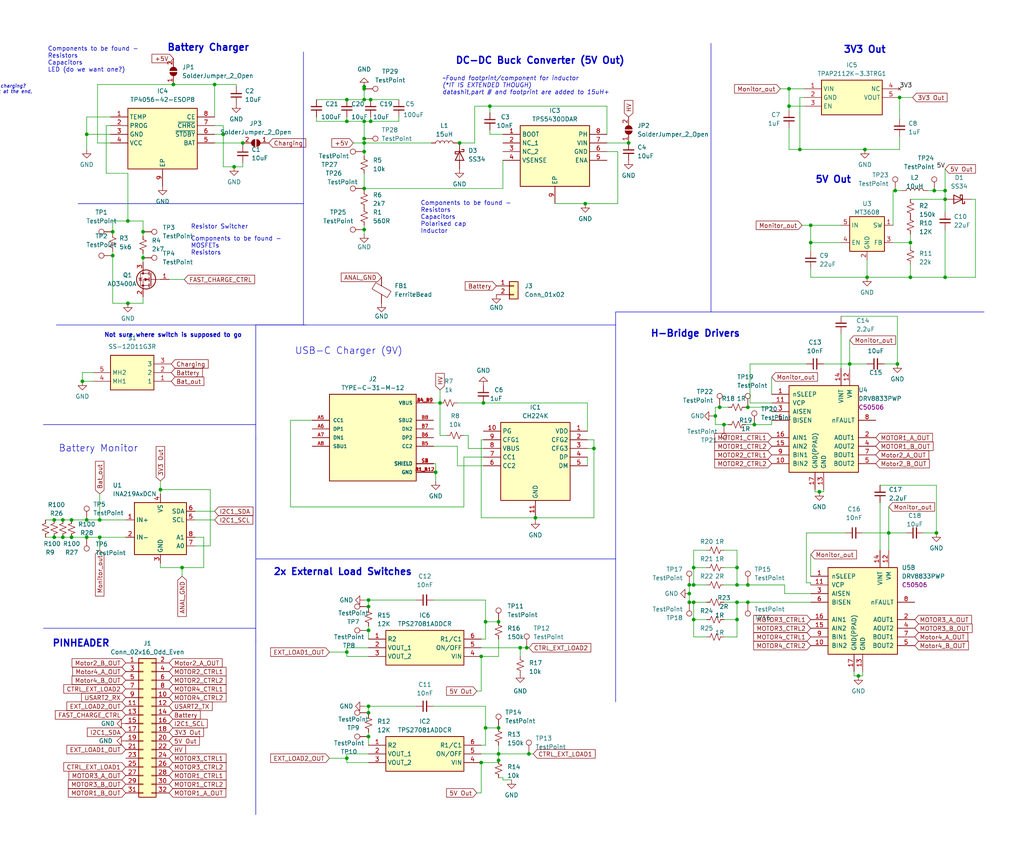
<source format=kicad_sch>
(kicad_sch (version 20230121) (generator eeschema)
  (paper "User" 299.999 250.012)
  (lib_symbols
    (symbol "CH224K:CH224K"
      (property "Reference" "IC" (at 26.67 7.62 0))
      (property "Value" "CH224K" (at 26.67 5.08 0))
      (symbol "CH224K_1_1"
        (pin passive line (at 0 0 0) (length 5.08) (name "VDD") (number "1"))
        (pin passive line (at 30.48 0 180) (length 5.08) (name "PG") (number "10"))
        (pin passive line (at 15.24 -25.4 90) (length 5.08) (name "GND") (number "11"))
        (pin passive line (at 0 -2.54 0) (length 5.08) (name "CFG2") (number "2"))
        (pin passive line (at 0 -5.08 0) (length 5.08) (name "CFG3") (number "3"))
        (pin passive line (at 0 -7.62 0) (length 5.08) (name "DP") (number "4"))
        (pin passive line (at 0 -10.16 0) (length 5.08) (name "DM") (number "5"))
        (pin passive line (at 30.48 -10.16 180) (length 5.08) (name "CC2") (number "6"))
        (pin passive line (at 30.48 -7.62 180) (length 5.08) (name "CC1") (number "7"))
        (pin passive line (at 30.48 -5.08 180) (length 5.08) (name "VBUS") (number "8"))
        (pin passive line (at 30.48 -2.54 180) (length 5.08) (name "CFG1") (number "9"))
      )
    )
    (symbol "Connector:TestPoint" (pin_numbers hide) (pin_names (offset 0.762) hide)
      (property "Reference" "TP" (at 0 6.858 0))
      (property "Value" "TestPoint" (at 0 5.08 0))
      (symbol "TestPoint_1_1"
        (pin passive line (at 0 0 90) (length 2.54) (name "1") (number "1"))
      )
    )
    (symbol "Connector_Generic:Conn_01x02" (pin_names (offset 1.016) hide)
      (property "Reference" "J" (at 0 2.54 0))
      (property "Value" "Conn_01x02" (at 0 -5.08 0))
      (symbol "Conn_01x02_1_1"
        (pin passive line (at -5.08 0 0) (length 3.81) (name "Pin_1") (number "1"))
        (pin passive line (at -5.08 -2.54 0) (length 3.81) (name "Pin_2") (number "2"))
      )
    )
    (symbol "Connector_Generic:Conn_02x16_Odd_Even" (pin_names (offset 1.016) hide)
      (property "Reference" "J" (at 1.27 20.32 0))
      (property "Value" "Conn_02x16_Odd_Even" (at 1.27 -22.86 0))
      (symbol "Conn_02x16_Odd_Even_1_1"
        (pin passive line (at -5.08 17.78 0) (length 3.81) (name "Pin_1") (number "1"))
        (pin passive line (at 7.62 7.62 180) (length 3.81) (name "Pin_10") (number "10"))
        (pin passive line (at -5.08 5.08 0) (length 3.81) (name "Pin_11") (number "11"))
        (pin passive line (at 7.62 5.08 180) (length 3.81) (name "Pin_12") (number "12"))
        (pin passive line (at -5.08 2.54 0) (length 3.81) (name "Pin_13") (number "13"))
        (pin passive line (at 7.62 2.54 180) (length 3.81) (name "Pin_14") (number "14"))
        (pin passive line (at -5.08 0 0) (length 3.81) (name "Pin_15") (number "15"))
        (pin passive line (at 7.62 0 180) (length 3.81) (name "Pin_16") (number "16"))
        (pin passive line (at -5.08 -2.54 0) (length 3.81) (name "Pin_17") (number "17"))
        (pin passive line (at 7.62 -2.54 180) (length 3.81) (name "Pin_18") (number "18"))
        (pin passive line (at -5.08 -5.08 0) (length 3.81) (name "Pin_19") (number "19"))
        (pin passive line (at 7.62 17.78 180) (length 3.81) (name "Pin_2") (number "2"))
        (pin passive line (at 7.62 -5.08 180) (length 3.81) (name "Pin_20") (number "20"))
        (pin passive line (at -5.08 -7.62 0) (length 3.81) (name "Pin_21") (number "21"))
        (pin passive line (at 7.62 -7.62 180) (length 3.81) (name "Pin_22") (number "22"))
        (pin passive line (at -5.08 -10.16 0) (length 3.81) (name "Pin_23") (number "23"))
        (pin passive line (at 7.62 -10.16 180) (length 3.81) (name "Pin_24") (number "24"))
        (pin passive line (at -5.08 -12.7 0) (length 3.81) (name "Pin_25") (number "25"))
        (pin passive line (at 7.62 -12.7 180) (length 3.81) (name "Pin_26") (number "26"))
        (pin passive line (at -5.08 -15.24 0) (length 3.81) (name "Pin_27") (number "27"))
        (pin passive line (at 7.62 -15.24 180) (length 3.81) (name "Pin_28") (number "28"))
        (pin passive line (at -5.08 -17.78 0) (length 3.81) (name "Pin_29") (number "29"))
        (pin passive line (at -5.08 15.24 0) (length 3.81) (name "Pin_3") (number "3"))
        (pin passive line (at 7.62 -17.78 180) (length 3.81) (name "Pin_30") (number "30"))
        (pin passive line (at -5.08 -20.32 0) (length 3.81) (name "Pin_31") (number "31"))
        (pin passive line (at 7.62 -20.32 180) (length 3.81) (name "Pin_32") (number "32"))
        (pin passive line (at 7.62 15.24 180) (length 3.81) (name "Pin_4") (number "4"))
        (pin passive line (at -5.08 12.7 0) (length 3.81) (name "Pin_5") (number "5"))
        (pin passive line (at 7.62 12.7 180) (length 3.81) (name "Pin_6") (number "6"))
        (pin passive line (at -5.08 10.16 0) (length 3.81) (name "Pin_7") (number "7"))
        (pin passive line (at 7.62 10.16 180) (length 3.81) (name "Pin_8") (number "8"))
        (pin passive line (at -5.08 7.62 0) (length 3.81) (name "Pin_9") (number "9"))
      )
    )
    (symbol "DRV8833PWP_1" (pin_names (offset 1.016))
      (property "Reference" "U" (at -3.81 16.51 0))
      (property "Value" "DRV8833PWP" (at -3.81 13.97 0))
      (symbol "DRV8833PWP_1_1_1"
        (pin input line (at -15.24 10.16 0) (length 5.08) (name "nSLEEP") (number "1"))
        (pin input line (at -15.24 -10.16 0) (length 5.08) (name "BIN2") (number "10"))
        (pin bidirectional line (at -15.24 7.62 0) (length 5.08) (name "VCP") (number "11"))
        (pin power_in line (at 7.62 17.78 270) (length 5.08) (name "VM") (number "12"))
        (pin power_in line (at 0 -17.78 90) (length 5.08) (name "GND") (number "13"))
        (pin power_in line (at 5.08 17.78 270) (length 5.08) (name "VINT") (number "14"))
        (pin input line (at -15.24 -5.08 0) (length 5.08) (name "AIN2") (number "15"))
        (pin input line (at -15.24 -2.54 0) (length 5.08) (name "AIN1") (number "16"))
        (pin power_in line (at -2.54 -17.78 90) (length 5.08) (name "GND(PPAD)") (number "17"))
        (pin power_out line (at 15.24 -2.54 180) (length 5.08) (name "AOUT1") (number "2"))
        (pin bidirectional line (at -15.24 5.08 0) (length 5.08) (name "AISEN") (number "3"))
        (pin power_out line (at 15.24 -5.08 180) (length 5.08) (name "AOUT2") (number "4"))
        (pin power_out line (at 15.24 -10.16 180) (length 5.08) (name "BOUT2") (number "5"))
        (pin bidirectional line (at -15.24 2.54 0) (length 5.08) (name "BISEN") (number "6"))
        (pin power_out line (at 15.24 -7.62 180) (length 5.08) (name "BOUT1") (number "7"))
        (pin open_collector line (at 15.24 2.54 180) (length 5.08) (name "nFAULT") (number "8"))
        (pin input line (at -15.24 -7.62 0) (length 5.08) (name "BIN1") (number "9"))
      )
    )
    (symbol "Device:C_Small" (pin_numbers hide) (pin_names (offset 0.254) hide)
      (property "Reference" "C" (at 0.254 1.778 0))
      (property "Value" "C_Small" (at 0.254 -2.032 0))
      (symbol "C_Small_1_1"
        (pin passive line (at 0 2.54 270) (length 2.032) (name "~") (number "1"))
        (pin passive line (at 0 -2.54 90) (length 2.032) (name "~") (number "2"))
      )
    )
    (symbol "Device:FerriteBead" (pin_numbers hide) (pin_names (offset 0))
      (property "Reference" "FB" (at -3.81 0.635 90))
      (property "Value" "FerriteBead" (at 3.81 0 90))
      (symbol "FerriteBead_1_1"
        (pin passive line (at 0 3.81 270) (length 2.54) (name "~") (number "1"))
        (pin passive line (at 0 -3.81 90) (length 2.54) (name "~") (number "2"))
      )
    )
    (symbol "Device:L" (pin_numbers hide) (pin_names (offset 1.016) hide)
      (property "Reference" "L" (at -1.27 0 90))
      (property "Value" "L" (at 1.905 0 90))
      (symbol "L_1_1"
        (pin passive line (at 0 3.81 270) (length 1.27) (name "1") (number "1"))
        (pin passive line (at 0 -3.81 90) (length 1.27) (name "2") (number "2"))
      )
    )
    (symbol "Device:R_Small_US" (pin_numbers hide) (pin_names (offset 0.254) hide)
      (property "Reference" "R" (at 0.762 0.508 0))
      (property "Value" "R_Small_US" (at 0.762 -1.016 0))
      (symbol "R_Small_US_1_1"
        (pin passive line (at 0 2.54 270) (length 1.016) (name "~") (number "1"))
        (pin passive line (at 0 -2.54 90) (length 1.016) (name "~") (number "2"))
      )
    )
    (symbol "Diode:SS34" (pin_numbers hide) (pin_names (offset 1.016) hide)
      (property "Reference" "D" (at 0 2.54 0))
      (property "Value" "SS34" (at 0 -2.54 0))
      (symbol "SS34_1_1"
        (pin passive line (at -3.81 0 0) (length 2.54) (name "K") (number "1"))
        (pin passive line (at 3.81 0 180) (length 2.54) (name "A") (number "2"))
      )
    )
    (symbol "Driver_Motor:DRV8833PWP" (pin_names (offset 1.016))
      (property "Reference" "U" (at -3.81 16.51 0))
      (property "Value" "DRV8833PWP" (at -3.81 13.97 0))
      (property "LCSC" "C50506" (at 0 0 0))
      (symbol "DRV8833PWP_1_1"
        (pin input line (at -15.24 10.16 0) (length 5.08) (name "nSLEEP") (number "1"))
        (pin input line (at -15.24 -10.16 0) (length 5.08) (name "BIN2") (number "10"))
        (pin bidirectional line (at -15.24 7.62 0) (length 5.08) (name "VCP") (number "11"))
        (pin power_in line (at 7.62 17.78 270) (length 5.08) (name "VM") (number "12"))
        (pin power_in line (at 0 -17.78 90) (length 5.08) (name "GND") (number "13"))
        (pin power_in line (at 5.08 17.78 270) (length 5.08) (name "VINT") (number "14"))
        (pin input line (at -15.24 -5.08 0) (length 5.08) (name "AIN2") (number "15"))
        (pin input line (at -15.24 -2.54 0) (length 5.08) (name "AIN1") (number "16"))
        (pin power_in line (at -2.54 -17.78 90) (length 5.08) (name "GND(PPAD)") (number "17"))
        (pin power_out line (at 15.24 -2.54 180) (length 5.08) (name "AOUT1") (number "2"))
        (pin bidirectional line (at -15.24 5.08 0) (length 5.08) (name "AISEN") (number "3"))
        (pin power_out line (at 15.24 -5.08 180) (length 5.08) (name "AOUT2") (number "4"))
        (pin power_out line (at 15.24 -10.16 180) (length 5.08) (name "BOUT2") (number "5"))
        (pin bidirectional line (at -15.24 2.54 0) (length 5.08) (name "BISEN") (number "6"))
        (pin power_out line (at 15.24 -7.62 180) (length 5.08) (name "BOUT1") (number "7"))
        (pin open_collector line (at 15.24 2.54 180) (length 5.08) (name "nFAULT") (number "8"))
        (pin input line (at -15.24 -7.62 0) (length 5.08) (name "BIN1") (number "9"))
      )
      (symbol "DRV8833PWP_2_1"
        (pin input line (at -15.24 10.16 0) (length 5.08) (name "nSLEEP") (number "1"))
        (pin input line (at -15.24 -10.16 0) (length 5.08) (name "BIN2") (number "10"))
        (pin bidirectional line (at -15.24 7.62 0) (length 5.08) (name "VCP") (number "11"))
        (pin power_in line (at 7.62 17.78 270) (length 5.08) (name "VM") (number "12"))
        (pin power_in line (at 0 -17.78 90) (length 5.08) (name "GND") (number "13"))
        (pin power_in line (at 5.08 17.78 270) (length 5.08) (name "VINT") (number "14"))
        (pin input line (at -15.24 -5.08 0) (length 5.08) (name "AIN2") (number "15"))
        (pin input line (at -15.24 -2.54 0) (length 5.08) (name "AIN1") (number "16"))
        (pin power_in line (at -2.54 -17.78 90) (length 5.08) (name "GND(PPAD)") (number "17"))
        (pin power_out line (at 15.24 -2.54 180) (length 5.08) (name "AOUT1") (number "2"))
        (pin bidirectional line (at -15.24 5.08 0) (length 5.08) (name "AISEN") (number "3"))
        (pin power_out line (at 15.24 -5.08 180) (length 5.08) (name "AOUT2") (number "4"))
        (pin power_out line (at 15.24 -10.16 180) (length 5.08) (name "BOUT2") (number "5"))
        (pin bidirectional line (at -15.24 2.54 0) (length 5.08) (name "BISEN") (number "6"))
        (pin power_out line (at 15.24 -7.62 180) (length 5.08) (name "BOUT1") (number "7"))
        (pin open_collector line (at 15.24 2.54 180) (length 5.08) (name "nFAULT") (number "8"))
        (pin input line (at -15.24 -7.62 0) (length 5.08) (name "BIN1") (number "9"))
      )
    )
    (symbol "Jumper:SolderJumper_2_Open" (pin_names (offset 0) hide)
      (property "Reference" "JP" (at 0 2.032 0))
      (property "Value" "SolderJumper_2_Open" (at 0 -2.54 0))
      (symbol "SolderJumper_2_Open_1_1"
        (pin passive line (at -3.81 0 0) (length 2.54) (name "A") (number "1"))
        (pin passive line (at 3.81 0 180) (length 2.54) (name "B") (number "2"))
      )
    )
    (symbol "Regulator_Switching:MT3608"
      (property "Reference" "U" (at -2.54 8.89 0))
      (property "Value" "MT3608" (at -3.81 6.35 0))
      (symbol "MT3608_1_1"
        (pin passive line (at 7.62 2.54 180) (length 2.54) (name "SW") (number "1"))
        (pin power_in line (at 0 -7.62 90) (length 2.54) (name "GND") (number "2"))
        (pin input line (at 7.62 -2.54 180) (length 2.54) (name "FB") (number "3"))
        (pin input line (at -7.62 -2.54 0) (length 2.54) (name "EN") (number "4"))
        (pin power_in line (at -7.62 2.54 0) (length 2.54) (name "IN") (number "5"))
        (pin no_connect line (at 5.08 0 180) (length 2.54) hide (name "NC") (number "6"))
      )
    )
    (symbol "SS-12D11G3R:SS-12D11G3R"
      (property "Reference" "S" (at 19.05 7.62 0))
      (property "Value" "SS-12D11G3R" (at 19.05 5.08 0))
      (symbol "SS-12D11G3R_1_1"
        (pin passive line (at 0 0 0) (length 5.08) (name "1") (number "1"))
        (pin passive line (at 0 -2.54 0) (length 5.08) (name "2") (number "2"))
        (pin passive line (at 0 -5.08 0) (length 5.08) (name "3") (number "3"))
        (pin passive line (at 22.86 0 180) (length 5.08) (name "MH1") (number "4"))
        (pin passive line (at 22.86 -2.54 180) (length 5.08) (name "MH2") (number "5"))
      )
    )
    (symbol "Sensor_Energy:INA219AxDCN"
      (property "Reference" "U" (at -6.35 8.89 0))
      (property "Value" "INA219AxDCN" (at 6.35 8.89 0))
      (symbol "INA219AxDCN_1_1"
        (pin input line (at -10.16 2.54 0) (length 2.54) (name "IN+") (number "1"))
        (pin input line (at -10.16 -2.54 0) (length 2.54) (name "IN-") (number "2"))
        (pin power_in line (at 0 -10.16 90) (length 2.54) (name "GND") (number "3"))
        (pin power_in line (at 0 10.16 270) (length 2.54) (name "VS") (number "4"))
        (pin input line (at 10.16 2.54 180) (length 2.54) (name "SCL") (number "5"))
        (pin bidirectional line (at 10.16 5.08 180) (length 2.54) (name "SDA") (number "6"))
        (pin input line (at 10.16 -5.08 180) (length 2.54) (name "A0") (number "7"))
        (pin input line (at 10.16 -2.54 180) (length 2.54) (name "A1") (number "8"))
      )
    )
    (symbol "TP4056-42-ESOP8:TP4056-42-ESOP8"
      (property "Reference" "IC" (at 26.67 7.62 0))
      (property "Value" "TP4056-42-ESOP8" (at 26.67 5.08 0))
      (symbol "TP4056-42-ESOP8_1_1"
        (pin passive line (at 0 0 0) (length 5.08) (name "TEMP") (number "1"))
        (pin passive line (at 0 -2.54 0) (length 5.08) (name "PROG") (number "2"))
        (pin passive line (at 0 -5.08 0) (length 5.08) (name "GND") (number "3"))
        (pin passive line (at 0 -7.62 0) (length 5.08) (name "VCC") (number "4"))
        (pin passive line (at 30.48 -7.62 180) (length 5.08) (name "BAT") (number "5"))
        (pin passive line (at 30.48 -5.08 180) (length 5.08) (name "~{STDBY}") (number "6"))
        (pin passive line (at 30.48 -2.54 180) (length 5.08) (name "~{CHRG}") (number "7"))
        (pin passive line (at 30.48 0 180) (length 5.08) (name "CE") (number "8"))
        (pin passive line (at 15.24 -20.32 90) (length 5.08) (name "EP") (number "9"))
      )
    )
    (symbol "TPAP2112K-3_3TRG1:TPAP2112K-3.3TRG1"
      (property "Reference" "IC" (at 24.13 7.62 0))
      (property "Value" "TPAP2112K-3.3TRG1" (at 24.13 5.08 0))
      (symbol "TPAP2112K-3.3TRG1_1_1"
        (pin passive line (at 0 0 0) (length 5.08) (name "VIN") (number "1"))
        (pin passive line (at 0 -2.54 0) (length 5.08) (name "GND") (number "2"))
        (pin passive line (at 0 -5.08 0) (length 5.08) (name "EN") (number "3"))
        (pin no_connect line (at 27.94 0 180) (length 5.08) (name "NC") (number "4"))
        (pin passive line (at 27.94 -2.54 180) (length 5.08) (name "VOUT") (number "5"))
      )
    )
    (symbol "TPS27081ADDCR_1"
      (property "Reference" "IC" (at 29.21 7.62 0))
      (property "Value" "TPS27081ADDCR" (at 29.21 5.08 0))
      (symbol "TPS27081ADDCR_1_1_1"
        (pin passive line (at 0 0 0) (length 5.08) (name "R2") (number "1"))
        (pin passive line (at 0 -2.54 0) (length 5.08) (name "VOUT_1") (number "2"))
        (pin passive line (at 0 -5.08 0) (length 5.08) (name "VOUT_2") (number "3"))
        (pin passive line (at 33.02 -5.08 180) (length 5.08) (name "VIN") (number "4"))
        (pin passive line (at 33.02 -2.54 180) (length 5.08) (name "ON/OFF") (number "5"))
        (pin passive line (at 33.02 0 180) (length 5.08) (name "R1/C1") (number "6"))
      )
    )
    (symbol "TPS5430DDAR:TPS5430DDAR"
      (property "Reference" "IC" (at 26.67 7.62 0))
      (property "Value" "TPS5430DDAR" (at 26.67 5.08 0))
      (symbol "TPS5430DDAR_1_1"
        (pin passive line (at 0 0 0) (length 5.08) (name "BOOT") (number "1"))
        (pin passive line (at 0 -2.54 0) (length 5.08) (name "NC_1") (number "2"))
        (pin passive line (at 0 -5.08 0) (length 5.08) (name "NC_2") (number "3"))
        (pin passive line (at 0 -7.62 0) (length 5.08) (name "VSENSE") (number "4"))
        (pin passive line (at 30.48 -7.62 180) (length 5.08) (name "ENA") (number "5"))
        (pin passive line (at 30.48 -5.08 180) (length 5.08) (name "GND") (number "6"))
        (pin passive line (at 30.48 -2.54 180) (length 5.08) (name "VIN") (number "7"))
        (pin passive line (at 30.48 0 180) (length 5.08) (name "PH") (number "8"))
        (pin passive line (at 15.24 -20.32 90) (length 5.08) (name "EP") (number "9"))
      )
    )
    (symbol "TYPE-C-31-M-12:TYPE-C-31-M-12" (pin_names (offset 1.016))
      (property "Reference" "J" (at -12.7 13.462 0))
      (property "Value" "TYPE-C-31-M-12" (at -12.7 -13.462 0))
      (symbol "TYPE-C-31-M-12_0_0"
        (pin power_in line (at 17.78 -10.16 180) (length 5.08) (name "GND") (number "A1_B12"))
        (pin power_in line (at 17.78 10.16 180) (length 5.08) (name "VBUS") (number "A4_B9"))
        (pin bidirectional line (at -17.78 5.08 0) (length 5.08) (name "CC1") (number "A5"))
        (pin bidirectional line (at -17.78 2.54 0) (length 5.08) (name "DP1") (number "A6"))
        (pin bidirectional line (at -17.78 0 0) (length 5.08) (name "DN1") (number "A7"))
        (pin bidirectional line (at -17.78 -2.54 0) (length 5.08) (name "SBU1") (number "A8"))
        (pin power_in line (at 17.78 -10.16 180) (length 5.08) (name "GND") (number "B1_A12"))
        (pin power_in line (at 17.78 10.16 180) (length 5.08) (name "VBUS") (number "B4_A9"))
        (pin bidirectional line (at 17.78 -2.54 180) (length 5.08) (name "CC2") (number "B5"))
        (pin bidirectional line (at 17.78 0 180) (length 5.08) (name "DP2") (number "B6"))
        (pin bidirectional line (at 17.78 2.54 180) (length 5.08) (name "DN2") (number "B7"))
        (pin bidirectional line (at 17.78 5.08 180) (length 5.08) (name "SBU2") (number "B8"))
        (pin passive line (at 17.78 -7.62 180) (length 5.08) (name "SHIELD") (number "S1"))
        (pin passive line (at 17.78 -7.62 180) (length 5.08) (name "SHIELD") (number "S2"))
        (pin passive line (at 17.78 -7.62 180) (length 5.08) (name "SHIELD") (number "S3"))
        (pin passive line (at 17.78 -7.62 180) (length 5.08) (name "SHIELD") (number "S4"))
      )
    )
    (symbol "Transistor_FET:AO3400A" (pin_names hide)
      (property "Reference" "Q" (at 5.08 1.905 0))
      (property "Value" "AO3400A" (at 5.08 0 0))
      (symbol "AO3400A_1_1"
        (pin input line (at -5.08 0 0) (length 2.54) (name "G") (number "1"))
        (pin passive line (at 2.54 -5.08 90) (length 2.54) (name "S") (number "2"))
        (pin passive line (at 2.54 5.08 270) (length 2.54) (name "D") (number "3"))
      )
    )
    (symbol "power:GND" (power) (pin_names (offset 0))
      (property "Value" "GND" (at 0 -3.81 0))
      (symbol "GND_1_1"
        (pin power_in line (at 0 0 270) (length 0) hide (name "GND") (number "1"))
      )
    )
  )
  (junction (at 106.68 44.45))
  (junction (at 106.68 25.4))
  (junction (at 219.075 176.53))
  (junction (at 33.02 74.93))
  (junction (at 156.845 151.765))
  (junction (at 33.02 67.945))
  (junction (at 108.585 35.56))
  (junction (at 142.24 182.245))
  (junction (at 231.14 31.115))
  (junction (at 220.98 124.46))
  (junction (at 276.86 58.42))
  (junction (at 106.68 41.91))
  (junction (at 266.7 81.28))
  (junction (at 107.95 177.8))
  (junction (at 50.8 24.765))
  (junction (at 262.255 55.88))
  (junction (at 25.4 39.37))
  (junction (at 41.91 75.565))
  (junction (at 107.95 208.915))
  (junction (at 203.2 181.61))
  (junction (at 18.415 157.48))
  (junction (at 171.45 59.69))
  (junction (at 15.875 152.4))
  (junction (at 231.14 26.035))
  (junction (at 234.315 43.815))
  (junction (at 20.955 157.48))
  (junction (at 107.95 215.9))
  (junction (at 219.075 119.38))
  (junction (at 260.35 156.21))
  (junction (at 141.605 118.11))
  (junction (at 203.2 171.45))
  (junction (at 201.93 176.53))
  (junction (at 142.24 213.36))
  (junction (at 248.92 106.68))
  (junction (at 240.03 144.145))
  (junction (at 215.9 171.45))
  (junction (at 101.6 191.135))
  (junction (at 24.13 111.76))
  (junction (at 107.95 184.785))
  (junction (at 184.15 41.91))
  (junction (at 106.68 40.64))
  (junction (at 134.62 41.91))
  (junction (at 15.875 157.48))
  (junction (at 25.4 152.4))
  (junction (at 106.68 55.245))
  (junction (at 68.58 48.895))
  (junction (at 251.46 198.12))
  (junction (at 237.49 66.04))
  (junction (at 203.2 166.37))
  (junction (at 62.865 24.765))
  (junction (at 53.34 166.37))
  (junction (at 143.51 31.115))
  (junction (at 127.635 138.43))
  (junction (at 101.6 29.21))
  (junction (at 276.86 81.28))
  (junction (at 29.21 157.48))
  (junction (at 108.585 29.21))
  (junction (at 46.99 143.51))
  (junction (at 101.6 222.25))
  (junction (at 18.415 152.4))
  (junction (at 106.68 35.56))
  (junction (at 201.93 173.99))
  (junction (at 146.05 220.98))
  (junction (at 65.405 39.37))
  (junction (at 274.32 156.21))
  (junction (at 210.82 119.38))
  (junction (at 107.95 207.01))
  (junction (at 273.685 55.88))
  (junction (at 146.05 213.36))
  (junction (at 37.465 88.9))
  (junction (at 253.365 43.815))
  (junction (at 140.97 223.52))
  (junction (at 140.97 192.405))
  (junction (at 215.9 166.37))
  (junction (at 266.7 71.12))
  (junction (at 106.68 26.035))
  (junction (at 154.305 189.865))
  (junction (at 154.94 220.98))
  (junction (at 254 81.28))
  (junction (at 101.6 35.56))
  (junction (at 146.05 222.885))
  (junction (at 237.49 71.12))
  (junction (at 212.09 124.46))
  (junction (at 262.89 106.68))
  (junction (at 29.21 152.4))
  (junction (at 215.9 181.61))
  (junction (at 276.86 55.88))
  (junction (at 71.12 41.91))
  (junction (at 203.2 176.53))
  (junction (at 152.4 189.865))
  (junction (at 219.075 171.45))
  (junction (at 41.91 67.945))
  (junction (at 25.4 157.48))
  (junction (at 201.93 171.45))
  (junction (at 146.05 182.245))
  (junction (at 106.68 29.21))
  (junction (at 173.99 131.445))
  (junction (at 215.9 176.53))
  (junction (at 128.905 118.11))
  (junction (at 37.465 64.77))
  (junction (at 20.955 152.4))
  (junction (at 107.95 175.895))
  (junction (at 209.55 121.92))
  (junction (at 106.68 67.31))
  (junction (at 263.525 28.575))
  (wire (pts (xy 28.575 41.91) (xy 28.575 24.765)))
  (wire (pts (xy 237.49 71.12) (xy 237.49 73.66)))
  (wire (pts (xy 101.6 35.56) (xy 106.68 35.56)))
  (wire (pts (xy 128.905 118.11) (xy 128.905 127.635)))
  (wire (pts (xy 85.09 123.19) (xy 91.44 123.19)))
  (wire (pts (xy 53.975 81.915) (xy 49.53 81.915)))
  (wire (pts (xy 248.92 106.68) (xy 254 106.68)))
  (wire (pts (xy 215.9 176.53) (xy 215.9 181.61)))
  (wire (pts (xy 106.68 41.91) (xy 106.68 44.45)))
  (wire (pts (xy 172.085 118.11) (xy 141.605 118.11)))
  (wire (pts (xy 266.7 71.12) (xy 266.7 68.58)))
  (wire (pts (xy 203.2 161.29) (xy 203.2 166.37)))
  (wire (pts (xy 276.86 49.53) (xy 276.86 55.88)))
  (wire (pts (xy 237.49 66.04) (xy 246.38 66.04)))
  (polyline (pts (xy 74.93 95.25) (xy 89.535 95.25)))
  (wire (pts (xy 219.71 106.68) (xy 219.71 118.11)))
  (wire (pts (xy 61.595 143.51) (xy 46.99 143.51)))
  (wire (pts (xy 41.91 74.295) (xy 41.91 75.565)))
  (wire (pts (xy 101.6 220.98) (xy 101.6 222.25)))
  (wire (pts (xy 252.73 156.21) (xy 260.35 156.21)))
  (wire (pts (xy 106.68 55.88) (xy 106.68 55.245)))
  (wire (pts (xy 146.05 227.965) (xy 147.32 227.965)))
  (wire (pts (xy 276.86 58.42) (xy 276.86 62.23)))
  (wire (pts (xy 266.7 58.42) (xy 276.86 58.42)))
  (wire (pts (xy 139.7 232.41) (xy 140.97 232.41)))
  (wire (pts (xy 107.95 178.435) (xy 107.95 177.8)))
  (wire (pts (xy 71.12 47.625) (xy 71.12 48.895)))
  (wire (pts (xy 212.09 124.46) (xy 213.36 124.46)))
  (wire (pts (xy 50.8 24.765) (xy 62.865 24.765)))
  (wire (pts (xy 146.05 218.44) (xy 146.05 220.98)))
  (wire (pts (xy 259.08 106.68) (xy 262.89 106.68)))
  (wire (pts (xy 248.92 106.68) (xy 248.92 107.95)))
  (wire (pts (xy 142.24 187.325) (xy 140.97 187.325)))
  (wire (pts (xy 207.01 186.69) (xy 203.2 186.69)))
  (wire (pts (xy 172.085 131.445) (xy 173.99 131.445)))
  (wire (pts (xy 15.875 152.4) (xy 18.415 152.4)))
  (wire (pts (xy 146.05 223.52) (xy 140.97 223.52)))
  (wire (pts (xy 103.505 41.91) (xy 106.68 41.91)))
  (wire (pts (xy 32.385 36.83) (xy 31.115 36.83)))
  (wire (pts (xy 229.87 171.45) (xy 219.075 171.45)))
  (wire (pts (xy 85.09 148.59) (xy 85.09 123.19)))
  (wire (pts (xy 140.97 202.565) (xy 140.97 192.405)))
  (wire (pts (xy 116.84 34.29) (xy 116.84 35.56)))
  (wire (pts (xy 108.585 29.21) (xy 116.84 29.21)))
  (wire (pts (xy 41.91 75.565) (xy 41.91 76.835)))
  (wire (pts (xy 92.71 35.56) (xy 101.6 35.56)))
  (wire (pts (xy 127 130.81) (xy 133.985 130.81)))
  (wire (pts (xy 20.955 152.4) (xy 25.4 152.4)))
  (wire (pts (xy 106.68 44.45) (xy 106.68 45.72)))
  (polyline (pts (xy 22.86 59.69) (xy 88.9 59.69)))
  (wire (pts (xy 142.24 207.01) (xy 142.24 213.36)))
  (wire (pts (xy 137.16 131.445) (xy 137.16 127.635)))
  (wire (pts (xy 226.06 124.46) (xy 220.98 124.46)))
  (wire (pts (xy 101.6 29.21) (xy 92.71 29.21)))
  (wire (pts (xy 147.32 39.37) (xy 143.51 39.37)))
  (wire (pts (xy 143.51 39.37) (xy 143.51 38.1)))
  (wire (pts (xy 266.7 81.28) (xy 276.86 81.28)))
  (polyline (pts (xy 88.9 59.69) (xy 88.9 95.25)))
  (wire (pts (xy 146.05 220.98) (xy 154.94 220.98)))
  (wire (pts (xy 173.99 131.445) (xy 173.99 151.765)))
  (wire (pts (xy 231.14 31.115) (xy 231.14 32.385)))
  (wire (pts (xy 59.69 157.48) (xy 59.69 166.37)))
  (polyline (pts (xy 74.93 187.325) (xy 74.93 238.76)))
  (wire (pts (xy 28.575 24.765) (xy 50.8 24.765)))
  (wire (pts (xy 209.55 119.38) (xy 209.55 121.92)))
  (wire (pts (xy 146.05 220.98) (xy 146.05 222.885)))
  (wire (pts (xy 101.6 189.865) (xy 101.6 191.135)))
  (wire (pts (xy 234.315 28.575) (xy 234.315 43.815)))
  (wire (pts (xy 212.09 176.53) (xy 215.9 176.53)))
  (wire (pts (xy 25.4 152.4) (xy 29.21 152.4)))
  (wire (pts (xy 106.68 26.035) (xy 106.68 29.21)))
  (wire (pts (xy 229.87 171.45) (xy 229.87 173.99)))
  (wire (pts (xy 18.415 157.48) (xy 20.955 157.48)))
  (wire (pts (xy 46.99 166.37) (xy 53.34 166.37)))
  (wire (pts (xy 231.14 26.035) (xy 235.585 26.035)))
  (wire (pts (xy 146.05 222.885) (xy 146.05 223.52)))
  (wire (pts (xy 37.465 88.9) (xy 33.02 88.9)))
  (wire (pts (xy 101.6 223.52) (xy 101.6 222.25)))
  (wire (pts (xy 220.98 124.46) (xy 218.44 124.46)))
  (wire (pts (xy 33.02 74.93) (xy 33.02 88.9)))
  (wire (pts (xy 69.215 24.765) (xy 69.215 25.4)))
  (polyline (pts (xy 180.34 163.83) (xy 180.34 205.74)))
  (wire (pts (xy 127 207.01) (xy 142.24 207.01)))
  (wire (pts (xy 127.635 138.43) (xy 127.635 140.97)))
  (wire (pts (xy 143.51 31.115) (xy 143.51 33.02)))
  (wire (pts (xy 107.95 184.785) (xy 107.95 187.325)))
  (wire (pts (xy 128.905 114.3) (xy 128.905 118.11)))
  (wire (pts (xy 250.19 196.85) (xy 250.19 198.12)))
  (wire (pts (xy 37.465 64.77) (xy 41.91 64.77)))
  (wire (pts (xy 62.865 149.86) (xy 57.15 149.86)))
  (wire (pts (xy 106.68 55.245) (xy 147.32 55.245)))
  (wire (pts (xy 218.44 119.38) (xy 219.075 119.38)))
  (wire (pts (xy 215.9 176.53) (xy 219.075 176.53)))
  (wire (pts (xy 140.97 220.98) (xy 146.05 220.98)))
  (wire (pts (xy 134.62 41.91) (xy 139.065 41.91)))
  (wire (pts (xy 24.13 109.22) (xy 24.13 111.76)))
  (wire (pts (xy 231.14 43.815) (xy 234.315 43.815)))
  (wire (pts (xy 215.9 161.29) (xy 215.9 166.37)))
  (wire (pts (xy 263.525 40.005) (xy 263.525 43.815)))
  (wire (pts (xy 177.8 44.45) (xy 180.975 44.45)))
  (wire (pts (xy 61.595 160.02) (xy 61.595 143.51)))
  (wire (pts (xy 209.55 121.92) (xy 209.55 124.46)))
  (wire (pts (xy 260.35 156.21) (xy 265.43 156.21)))
  (wire (pts (xy 106.68 29.21) (xy 108.585 29.21)))
  (wire (pts (xy 121.92 175.895) (xy 107.95 175.895)))
  (wire (pts (xy 20.955 157.48) (xy 25.4 157.48)))
  (wire (pts (xy 203.2 176.53) (xy 203.2 181.61)))
  (wire (pts (xy 106.68 67.31) (xy 106.68 66.04)))
  (wire (pts (xy 271.78 55.88) (xy 273.685 55.88)))
  (wire (pts (xy 173.99 151.765) (xy 156.845 151.765)))
  (wire (pts (xy 108.585 34.29) (xy 108.585 35.56)))
  (wire (pts (xy 261.62 71.12) (xy 266.7 71.12)))
  (wire (pts (xy 107.95 223.52) (xy 101.6 223.52)))
  (wire (pts (xy 203.2 171.45) (xy 207.01 171.45)))
  (wire (pts (xy 13.335 157.48) (xy 15.875 157.48)))
  (wire (pts (xy 29.21 157.48) (xy 36.83 157.48)))
  (wire (pts (xy 246.38 92.71) (xy 262.89 92.71)))
  (wire (pts (xy 285.75 58.42) (xy 284.48 58.42)))
  (polyline (pts (xy 12.7 124.46) (xy 74.93 124.46)))
  (wire (pts (xy 154.94 220.98) (xy 156.21 220.98)))
  (wire (pts (xy 31.115 36.83) (xy 31.115 50.8)))
  (wire (pts (xy 29.21 144.78) (xy 29.21 152.4)))
  (wire (pts (xy 262.255 55.88) (xy 264.16 55.88)))
  (wire (pts (xy 236.22 170.815) (xy 237.49 170.815)))
  (wire (pts (xy 41.91 86.995) (xy 41.91 88.9)))
  (wire (pts (xy 226.06 123.19) (xy 226.06 124.46)))
  (wire (pts (xy 266.7 77.47) (xy 266.7 81.28)))
  (wire (pts (xy 209.55 124.46) (xy 212.09 124.46)))
  (wire (pts (xy 147.32 228.6) (xy 149.86 228.6)))
  (wire (pts (xy 141.605 131.445) (xy 137.16 131.445)))
  (wire (pts (xy 147.32 227.965) (xy 147.32 228.6)))
  (wire (pts (xy 231.14 26.035) (xy 231.14 31.115)))
  (wire (pts (xy 127 138.43) (xy 127.635 138.43)))
  (wire (pts (xy 274.32 142.24) (xy 274.32 156.21)))
  (wire (pts (xy 207.01 161.29) (xy 203.2 161.29)))
  (polyline (pts (xy 12.7 184.15) (xy 74.93 184.15)))
  (wire (pts (xy 212.09 161.29) (xy 215.9 161.29)))
  (wire (pts (xy 210.82 119.38) (xy 209.55 119.38)))
  (wire (pts (xy 146.05 192.405) (xy 140.97 192.405)))
  (wire (pts (xy 33.02 64.77) (xy 37.465 64.77)))
  (wire (pts (xy 234.315 43.815) (xy 253.365 43.815)))
  (wire (pts (xy 142.24 182.245) (xy 142.24 187.325)))
  (wire (pts (xy 219.075 171.45) (xy 215.9 171.45)))
  (wire (pts (xy 142.24 213.36) (xy 142.24 218.44)))
  (wire (pts (xy 285.75 81.28) (xy 276.86 81.28)))
  (wire (pts (xy 152.4 189.865) (xy 154.305 189.865)))
  (wire (pts (xy 128.905 118.11) (xy 127 118.11)))
  (wire (pts (xy 229.87 173.99) (xy 237.49 173.99)))
  (wire (pts (xy 101.6 191.135) (xy 96.52 191.135)))
  (wire (pts (xy 127.635 135.89) (xy 127.635 138.43)))
  (wire (pts (xy 263.525 28.575) (xy 267.335 28.575)))
  (wire (pts (xy 71.12 48.895) (xy 68.58 48.895)))
  (wire (pts (xy 142.24 213.36) (xy 146.05 213.36)))
  (wire (pts (xy 46.99 143.51) (xy 46.99 144.78)))
  (polyline (pts (xy 16.51 95.25) (xy 74.93 95.25)))
  (wire (pts (xy 33.02 73.66) (xy 33.02 74.93)))
  (wire (pts (xy 201.93 173.99) (xy 201.93 176.53)))
  (wire (pts (xy 238.76 143.51) (xy 238.76 144.145)))
  (wire (pts (xy 172.085 133.985) (xy 172.085 136.525)))
  (wire (pts (xy 25.4 39.37) (xy 32.385 39.37)))
  (wire (pts (xy 172.085 128.905) (xy 173.99 128.905)))
  (wire (pts (xy 237.49 170.815) (xy 237.49 171.45)))
  (wire (pts (xy 257.81 147.32) (xy 257.81 161.29)))
  (wire (pts (xy 140.97 189.865) (xy 152.4 189.865)))
  (wire (pts (xy 263.525 43.815) (xy 253.365 43.815)))
  (wire (pts (xy 107.95 215.9) (xy 107.95 218.44)))
  (wire (pts (xy 276.86 67.31) (xy 276.86 81.28)))
  (wire (pts (xy 57.15 157.48) (xy 59.69 157.48)))
  (wire (pts (xy 107.95 209.55) (xy 107.95 208.915)))
  (wire (pts (xy 106.68 207.01) (xy 107.95 207.01)))
  (wire (pts (xy 106.68 40.64) (xy 106.68 41.91)))
  (wire (pts (xy 65.405 36.83) (xy 65.405 39.37)))
  (wire (pts (xy 133.985 130.81) (xy 133.985 136.525)))
  (wire (pts (xy 33.02 67.945) (xy 33.02 68.58)))
  (wire (pts (xy 236.22 156.21) (xy 236.22 170.815)))
  (wire (pts (xy 257.81 142.24) (xy 274.32 142.24)))
  (wire (pts (xy 25.4 39.37) (xy 25.4 43.815)))
  (wire (pts (xy 212.09 181.61) (xy 215.9 181.61)))
  (wire (pts (xy 172.085 126.365) (xy 172.085 118.11)))
  (wire (pts (xy 46.99 140.97) (xy 46.99 143.51)))
  (wire (pts (xy 106.68 35.56) (xy 106.68 40.64)))
  (wire (pts (xy 107.95 177.8) (xy 107.95 175.895)))
  (wire (pts (xy 101.6 34.29) (xy 101.6 35.56)))
  (wire (pts (xy 71.12 41.91) (xy 71.12 42.545)))
  (wire (pts (xy 24.13 111.76) (xy 27.305 111.76)))
  (wire (pts (xy 142.24 175.895) (xy 142.24 182.245)))
  (wire (pts (xy 133.985 136.525) (xy 141.605 136.525)))
  (wire (pts (xy 241.3 106.68) (xy 248.92 106.68)))
  (wire (pts (xy 180.975 59.69) (xy 171.45 59.69)))
  (wire (pts (xy 62.865 152.4) (xy 57.15 152.4)))
  (wire (pts (xy 107.95 220.98) (xy 101.6 220.98)))
  (polyline (pts (xy 180.34 163.83) (xy 180.34 91.44)))
  (wire (pts (xy 246.38 97.79) (xy 246.38 107.95)))
  (wire (pts (xy 228.6 26.035) (xy 231.14 26.035)))
  (wire (pts (xy 152.4 189.865) (xy 152.4 192.405)))
  (wire (pts (xy 142.24 182.245) (xy 146.05 182.245)))
  (wire (pts (xy 27.305 109.22) (xy 24.13 109.22)))
  (wire (pts (xy 207.01 166.37) (xy 203.2 166.37)))
  (wire (pts (xy 106.68 175.895) (xy 107.95 175.895)))
  (wire (pts (xy 231.14 31.115) (xy 235.585 31.115)))
  (wire (pts (xy 273.685 55.88) (xy 276.86 55.88)))
  (wire (pts (xy 46.99 166.37) (xy 46.99 165.1)))
  (wire (pts (xy 215.9 186.69) (xy 215.9 181.61)))
  (polyline (pts (xy 208.28 12.7) (xy 208.28 91.44)))
  (wire (pts (xy 177.8 39.37) (xy 177.8 31.115)))
  (polyline (pts (xy 74.93 187.96) (xy 74.93 124.46)))
  (wire (pts (xy 133.985 41.91) (xy 134.62 41.91)))
  (wire (pts (xy 180.975 44.45) (xy 180.975 59.69)))
  (wire (pts (xy 53.34 166.37) (xy 59.69 166.37)))
  (wire (pts (xy 254 76.2) (xy 254 81.28)))
  (wire (pts (xy 141.605 133.985) (xy 135.89 133.985)))
  (wire (pts (xy 101.6 192.405) (xy 101.6 191.135)))
  (wire (pts (xy 106.68 25.4) (xy 106.68 26.035)))
  (wire (pts (xy 203.2 186.69) (xy 203.2 181.61)))
  (wire (pts (xy 212.09 171.45) (xy 215.9 171.45)))
  (wire (pts (xy 127 175.895) (xy 142.24 175.895)))
  (wire (pts (xy 140.97 218.44) (xy 142.24 218.44)))
  (wire (pts (xy 201.93 176.53) (xy 203.2 176.53)))
  (wire (pts (xy 106.68 41.91) (xy 126.365 41.91)))
  (wire (pts (xy 226.06 110.49) (xy 226.06 115.57)))
  (wire (pts (xy 62.865 24.765) (xy 69.215 24.765)))
  (wire (pts (xy 140.97 232.41) (xy 140.97 223.52)))
  (wire (pts (xy 263.525 28.575) (xy 263.525 34.925)))
  (wire (pts (xy 106.68 35.56) (xy 108.585 35.56)))
  (wire (pts (xy 177.8 41.91) (xy 184.15 41.91)))
  (wire (pts (xy 262.89 92.71) (xy 262.89 106.68)))
  (wire (pts (xy 237.49 78.74) (xy 237.49 81.28)))
  (wire (pts (xy 41.91 67.945) (xy 41.91 69.215)))
  (wire (pts (xy 156.845 152.4) (xy 156.845 151.765)))
  (wire (pts (xy 207.01 176.53) (xy 203.2 176.53)))
  (wire (pts (xy 215.9 166.37) (xy 215.9 171.45)))
  (wire (pts (xy 213.36 119.38) (xy 210.82 119.38)))
  (wire (pts (xy 252.73 196.85) (xy 252.73 198.12)))
  (polyline (pts (xy 74.93 163.83) (xy 180.34 163.83)))
  (wire (pts (xy 101.6 222.25) (xy 96.52 222.25)))
  (wire (pts (xy 29.21 157.48) (xy 29.21 161.29)))
  (wire (pts (xy 240.03 144.145) (xy 241.3 144.145)))
  (wire (pts (xy 261.62 55.88) (xy 262.255 55.88)))
  (wire (pts (xy 53.34 168.91) (xy 53.34 166.37)))
  (wire (pts (xy 219.075 176.53) (xy 237.49 176.53)))
  (wire (pts (xy 201.93 171.45) (xy 203.2 171.45)))
  (wire (pts (xy 241.3 143.51) (xy 241.3 144.145)))
  (wire (pts (xy 41.91 88.9) (xy 37.465 88.9)))
  (wire (pts (xy 121.92 207.01) (xy 107.95 207.01)))
  (wire (pts (xy 285.75 58.42) (xy 285.75 81.28)))
  (wire (pts (xy 203.2 181.61) (xy 207.01 181.61)))
  (wire (pts (xy 237.49 71.12) (xy 246.38 71.12)))
  (wire (pts (xy 68.58 48.895) (xy 65.405 48.895)))
  (wire (pts (xy 154.305 189.865) (xy 154.94 189.865)))
  (wire (pts (xy 32.385 34.29) (xy 25.4 34.29)))
  (wire (pts (xy 237.49 162.56) (xy 237.49 168.91)))
  (wire (pts (xy 208.915 121.92) (xy 209.55 121.92)))
  (wire (pts (xy 147.32 46.99) (xy 147.32 55.245)))
  (wire (pts (xy 219.71 118.11) (xy 226.06 118.11)))
  (wire (pts (xy 171.45 59.69) (xy 162.56 59.69)))
  (wire (pts (xy 248.92 99.695) (xy 248.92 106.68)))
  (polyline (pts (xy 88.9 15.24) (xy 88.9 59.69)))
  (wire (pts (xy 13.335 152.4) (xy 15.875 152.4)))
  (polyline (pts (xy 74.93 124.46) (xy 74.93 95.25)))
  (wire (pts (xy 108.585 35.56) (xy 116.84 35.56)))
  (wire (pts (xy 261.62 55.88) (xy 261.62 66.04)))
  (wire (pts (xy 106.68 68.58) (xy 106.68 67.31)))
  (wire (pts (xy 231.14 37.465) (xy 231.14 43.815)))
  (wire (pts (xy 32.385 41.91) (xy 28.575 41.91)))
  (wire (pts (xy 254 81.28) (xy 266.7 81.28)))
  (polyline (pts (xy 74.93 128.27) (xy 74.93 128.905)))
  (wire (pts (xy 106.68 24.765) (xy 106.68 25.4)))
  (wire (pts (xy 107.95 214.63) (xy 107.95 215.9)))
  (wire (pts (xy 215.9 166.37) (xy 212.09 166.37)))
  (wire (pts (xy 237.49 81.28) (xy 254 81.28)))
  (wire (pts (xy 15.875 157.48) (xy 18.415 157.48)))
  (wire (pts (xy 146.05 187.325) (xy 146.05 192.405)))
  (wire (pts (xy 143.51 31.115) (xy 139.065 31.115)))
  (wire (pts (xy 266.7 71.12) (xy 266.7 72.39)))
  (wire (pts (xy 238.76 144.145) (xy 240.03 144.145)))
  (wire (pts (xy 270.51 156.21) (xy 274.32 156.21)))
  (wire (pts (xy 201.93 171.45) (xy 201.93 173.99)))
  (wire (pts (xy 260.35 148.59) (xy 260.35 156.21)))
  (wire (pts (xy 101.6 29.21) (xy 106.68 29.21)))
  (wire (pts (xy 25.4 157.48) (xy 29.21 157.48)))
  (wire (pts (xy 106.68 50.8) (xy 106.68 55.245)))
  (wire (pts (xy 57.15 160.02) (xy 61.595 160.02)))
  (wire (pts (xy 140.97 128.905) (xy 140.97 151.765)))
  (wire (pts (xy 41.91 64.77) (xy 41.91 67.945)))
  (wire (pts (xy 107.95 192.405) (xy 101.6 192.405)))
  (wire (pts (xy 140.97 151.765) (xy 156.845 151.765)))
  (wire (pts (xy 107.95 183.515) (xy 107.95 184.785)))
  (wire (pts (xy 135.89 133.985) (xy 135.89 148.59)))
  (wire (pts (xy 141.605 128.905) (xy 140.97 128.905)))
  (wire (pts (xy 25.4 34.29) (xy 25.4 39.37)))
  (wire (pts (xy 107.95 208.915) (xy 107.95 207.01)))
  (wire (pts (xy 135.89 127.635) (xy 137.16 127.635)))
  (wire (pts (xy 236.22 106.68) (xy 219.71 106.68)))
  (wire (pts (xy 65.405 39.37) (xy 65.405 48.895)))
  (wire (pts (xy 237.49 66.04) (xy 237.49 71.12)))
  (wire (pts (xy 29.21 152.4) (xy 36.83 152.4)))
  (wire (pts (xy 250.19 198.12) (xy 251.46 198.12)))
  (wire (pts (xy 107.95 189.865) (xy 101.6 189.865)))
  (wire (pts (xy 219.075 119.38) (xy 226.06 119.38)))
  (polyline (pts (xy 74.93 95.25) (xy 180.34 95.25)))
  (wire (pts (xy 177.8 31.115) (xy 143.51 31.115)))
  (wire (pts (xy 37.465 50.8) (xy 37.465 64.77)))
  (wire (pts (xy 139.065 31.115) (xy 139.065 41.91)))
  (wire (pts (xy 251.46 198.12) (xy 252.73 198.12)))
  (wire (pts (xy 128.905 127.635) (xy 130.81 127.635)))
  (wire (pts (xy 92.71 35.56) (xy 92.71 34.29)))
  (wire (pts (xy 212.09 186.69) (xy 215.9 186.69)))
  (polyline (pts (xy 180.34 91.44) (xy 288.29 91.44)))
  (wire (pts (xy 62.865 24.765) (xy 62.865 34.29)))
  (wire (pts (xy 33.02 64.77) (xy 33.02 67.945)))
  (wire (pts (xy 135.89 148.59) (xy 85.09 148.59)))
  (wire (pts (xy 62.865 41.91) (xy 71.12 41.91)))
  (wire (pts (xy 203.2 166.37) (xy 203.2 171.45)))
  (wire (pts (xy 234.95 66.04) (xy 237.49 66.04)))
  (wire (pts (xy 62.865 36.83) (xy 65.405 36.83)))
  (wire (pts (xy 18.415 152.4) (xy 20.955 152.4)))
  (wire (pts (xy 139.7 202.565) (xy 140.97 202.565)))
  (wire (pts (xy 235.585 28.575) (xy 234.315 28.575)))
  (wire (pts (xy 62.865 39.37) (xy 65.405 39.37)))
  (wire (pts (xy 260.35 156.21) (xy 260.35 161.29)))
  (wire (pts (xy 31.115 50.8) (xy 37.465 50.8)))
  (wire (pts (xy 226.06 119.38) (xy 226.06 120.65)))
  (wire (pts (xy 276.86 55.88) (xy 276.86 58.42)))
  (wire (pts (xy 236.22 156.21) (xy 247.65 156.21)))
  (wire (pts (xy 127 135.89) (xy 127.635 135.89)))
  (wire (pts (xy 173.99 128.905) (xy 173.99 131.445)))
  (wire (pts (xy 133.985 118.11) (xy 141.605 118.11)))
  (text "H-Bridge Drivers" (at 190.5 99.06 0) (effects (font (size 2 2) bold) (justify left bottom)))
  (text "~Found footprint/component for inductor \n(*IT IS EXTENDED THOUGH)\ndatashit,part # and footprint are added to 15uH+" (at 129.54 27.94 0) (effects (font (size 1.27 1.27) italic) (justify left bottom)))
  (text "USB-C Charger (9V)\n" (at 86.36 104.14 0) (effects (font (size 2 2)) (justify left bottom)))
  (text "5V Out\n\n" (at 238.76 57.15 0) (effects (font (size 2 2) (thickness 0.4) bold) (justify left bottom)))
  (text "Resistor Switcher\n" (at 55.88 67.31 0) (effects (font (size 1.27 1.27)) (justify left bottom)))
  (text "DC-DC Buck Converter (5V Out)\n" (at 133.35 19.05 0) (effects (font (size 2 2) (thickness 0.4) bold) (justify left bottom)))
  (text "Components to be found - \nMOSFETs\nResistors\n" (at 55.88 74.93 0) (effects (font (size 1.27 1.27)) (justify left bottom)))
  (text "2x External Load Switches\n" (at 80.01 168.91 0) (effects (font (size 2 2) (thickness 0.4) bold) (justify left bottom)))
  (text "Battery Charger\n" (at 48.895 15.24 0) (effects (font (size 2 2) (thickness 0.4) bold) (justify left bottom)))
  (text "Not sure where switch is supposed to go" (at 30.48 99.06 0) (effects (font (size 1.27 1.27) (thickness 0.254) bold) (justify left bottom)))
  (text "Components to be found - \nResistors\nCapacitors\nLED (do we want one?)\n\n\n" (at 13.97 25.4 0) (effects (font (size 1.27 1.27)) (justify left bottom)))
  (text "Battery Monitor\n" (at 17.145 132.715 0) (effects (font (size 2 2)) (justify left bottom)))
  (text "~ an LED show that the battery is charging? \nI rate if there is enough in budget at the end,\nbut otherwise dont bother" (at -26.67 29.21 0) (effects (font (size 1 1) italic) (justify left bottom)))
  (text "Components to be found - \nResistors\nCapacitors\nPolarised cap\nInductor\n" (at 123.19 68.58 0) (effects (font (size 1.27 1.27)) (justify left bottom)))
  (text "3V3 Out\n\n" (at 247.015 19.05 0) (effects (font (size 2 2) (thickness 0.4) bold) (justify left bottom)))
  (text "PINHEADER" (at 15.24 189.865 0) (effects (font (size 2 2) (thickness 0.4) bold) (justify left bottom)))
  (label "5V" (at 276.86 49.53 180))
  (label "3V3" (at 263.525 26.035 0))
  (global_label "MOTOR1_CTRL1" (shape input) (at 226.06 128.27 180) (property "Intersheetrefs" "${INTERSHEET_REFS}" (effects hide)))
  (global_label "MOTOR4_CTRL1" (shape input) (at 49.53 201.93 0) (property "Intersheetrefs" "${INTERSHEET_REFS}" (effects hide)))
  (global_label "EXT_LOAD1_OUT" (shape input) (at 36.83 219.71 180) (property "Intersheetrefs" "${INTERSHEET_REFS}" (effects hide)))
  (global_label "3V3 Out" (shape input) (at 46.99 140.97 90) (property "Intersheetrefs" "${INTERSHEET_REFS}" (effects hide)))
  (global_label "Motor4_B_OUT" (shape input) (at 267.97 189.23 0) (property "Intersheetrefs" "${INTERSHEET_REFS}" (effects hide)))
  (global_label "MOTOR1_B_OUT" (shape input) (at 256.54 130.81 0) (property "Intersheetrefs" "${INTERSHEET_REFS}" (effects hide)))
  (global_label "MOTOR1_CTRL2" (shape input) (at 226.06 130.81 180) (property "Intersheetrefs" "${INTERSHEET_REFS}" (effects hide)))
  (global_label "5V Out" (shape input) (at 139.7 202.565 180) (property "Intersheetrefs" "${INTERSHEET_REFS}" (effects hide)))
  (global_label "MOTOR3_CTRL1" (shape input) (at 237.49 181.61 180) (property "Intersheetrefs" "${INTERSHEET_REFS}" (effects hide)))
  (global_label "I2C1_SDA" (shape input) (at 36.83 214.63 180) (property "Intersheetrefs" "${INTERSHEET_REFS}" (effects hide)))
  (global_label "Battery" (shape input) (at 49.53 209.55 0) (property "Intersheetrefs" "${INTERSHEET_REFS}" (effects hide)))
  (global_label "MOTOR3_CTRL2" (shape input) (at 237.49 184.15 180) (property "Intersheetrefs" "${INTERSHEET_REFS}" (effects hide)))
  (global_label "MOTOR1_B_OUT" (shape input) (at 36.83 232.41 180) (property "Intersheetrefs" "${INTERSHEET_REFS}" (effects hide)))
  (global_label "MOTOR2_CTRL2" (shape input) (at 49.53 199.39 0) (property "Intersheetrefs" "${INTERSHEET_REFS}" (effects hide)))
  (global_label "MOTOR1_CTRL2" (shape input) (at 49.53 229.87 0) (property "Intersheetrefs" "${INTERSHEET_REFS}" (effects hide)))
  (global_label "Monitor_out" (shape input) (at 248.92 99.695 0) (property "Intersheetrefs" "${INTERSHEET_REFS}" (effects hide)))
  (global_label "Monitor_out" (shape input) (at 228.6 26.035 180) (property "Intersheetrefs" "${INTERSHEET_REFS}" (effects hide)))
  (global_label "Motor2_A_OUT" (shape input) (at 256.54 133.35 0) (property "Intersheetrefs" "${INTERSHEET_REFS}" (effects hide)))
  (global_label "MOTOR3_A_OUT" (shape input) (at 36.83 227.33 180) (property "Intersheetrefs" "${INTERSHEET_REFS}" (effects hide)))
  (global_label "MOTOR3_B_OUT" (shape input) (at 267.97 184.15 0) (property "Intersheetrefs" "${INTERSHEET_REFS}" (effects hide)))
  (global_label "Charging" (shape input) (at 78.74 41.91 0) (property "Intersheetrefs" "${INTERSHEET_REFS}" (effects hide)))
  (global_label "MOTOR2_CTRL1" (shape input) (at 49.53 196.85 0) (property "Intersheetrefs" "${INTERSHEET_REFS}" (effects hide)))
  (global_label "MOTOR2_CTRL2" (shape input) (at 226.06 135.89 180) (property "Intersheetrefs" "${INTERSHEET_REFS}" (effects hide)))
  (global_label "Monitor_out" (shape input) (at 260.35 148.59 0) (property "Intersheetrefs" "${INTERSHEET_REFS}" (effects hide)))
  (global_label "Monitor_out" (shape input) (at 234.95 66.04 180) (property "Intersheetrefs" "${INTERSHEET_REFS}" (effects hide)))
  (global_label "HV" (shape input) (at 49.53 219.71 0) (property "Intersheetrefs" "${INTERSHEET_REFS}" (effects hide)))
  (global_label "ANAL_GND" (shape input) (at 111.76 81.28 180) (property "Intersheetrefs" "${INTERSHEET_REFS}" (effects hide)))
  (global_label "Motor2_A_OUT" (shape input) (at 49.53 194.31 0) (property "Intersheetrefs" "${INTERSHEET_REFS}" (effects hide)))
  (global_label "USART2_RX" (shape input) (at 36.83 204.47 180) (property "Intersheetrefs" "${INTERSHEET_REFS}" (effects hide)))
  (global_label "+5V" (shape input) (at 103.505 41.91 180) (property "Intersheetrefs" "${INTERSHEET_REFS}" (effects hide)))
  (global_label "MOTOR3_B_OUT" (shape input) (at 36.83 229.87 180) (property "Intersheetrefs" "${INTERSHEET_REFS}" (effects hide)))
  (global_label "EXT_LOAD2_OUT" (shape input) (at 36.83 207.01 180) (property "Intersheetrefs" "${INTERSHEET_REFS}" (effects hide)))
  (global_label "Motor2_B_OUT" (shape input) (at 36.83 194.31 180) (property "Intersheetrefs" "${INTERSHEET_REFS}" (effects hide)))
  (global_label "+5V" (shape input) (at 50.8 17.145 180) (property "Intersheetrefs" "${INTERSHEET_REFS}" (effects hide)))
  (global_label "I2C1_SCL" (shape input) (at 62.865 152.4 0) (property "Intersheetrefs" "${INTERSHEET_REFS}" (effects hide)))
  (global_label "MOTOR4_CTRL2" (shape input) (at 49.53 204.47 0) (property "Intersheetrefs" "${INTERSHEET_REFS}" (effects hide)))
  (global_label "Monitor_out" (shape input) (at 29.21 161.29 270) (property "Intersheetrefs" "${INTERSHEET_REFS}" (effects hide)))
  (global_label "MOTOR4_CTRL1" (shape input) (at 237.49 186.69 180) (property "Intersheetrefs" "${INTERSHEET_REFS}" (effects hide)))
  (global_label "MOTOR1_A_OUT" (shape input) (at 256.54 128.27 0) (property "Intersheetrefs" "${INTERSHEET_REFS}" (effects hide)))
  (global_label "Battery" (shape input) (at 145.415 83.82 180) (property "Intersheetrefs" "${INTERSHEET_REFS}" (effects hide)))
  (global_label "Motor4_A_OUT" (shape input) (at 267.97 186.69 0) (property "Intersheetrefs" "${INTERSHEET_REFS}" (effects hide)))
  (global_label "Battery" (shape input) (at 50.165 109.22 0) (property "Intersheetrefs" "${INTERSHEET_REFS}" (effects hide)))
  (global_label "Bat_out" (shape input) (at 50.165 111.76 0) (property "Intersheetrefs" "${INTERSHEET_REFS}" (effects hide)))
  (global_label "EXT_LOAD2_OUT" (shape input) (at 96.52 222.25 180) (property "Intersheetrefs" "${INTERSHEET_REFS}" (effects hide)))
  (global_label "MOTOR3_CTRL1" (shape input) (at 49.53 222.25 0) (property "Intersheetrefs" "${INTERSHEET_REFS}" (effects hide)))
  (global_label "MOTOR3_CTRL2" (shape input) (at 49.53 224.79 0) (property "Intersheetrefs" "${INTERSHEET_REFS}" (effects hide)))
  (global_label "CTRL_EXT_LOAD1" (shape input) (at 156.21 220.98 0) (property "Intersheetrefs" "${INTERSHEET_REFS}" (effects hide)))
  (global_label "3V3 Out" (shape input) (at 49.53 214.63 0) (property "Intersheetrefs" "${INTERSHEET_REFS}" (effects hide)))
  (global_label "MOTOR2_CTRL1" (shape input) (at 226.06 133.35 180) (property "Intersheetrefs" "${INTERSHEET_REFS}" (effects hide)))
  (global_label "CTRL_EXT_LOAD2" (shape input) (at 36.83 201.93 180) (property "Intersheetrefs" "${INTERSHEET_REFS}" (effects hide)))
  (global_label "CTRL_EXT_LOAD2" (shape input) (at 154.94 189.865 0) (property "Intersheetrefs" "${INTERSHEET_REFS}" (effects hide)))
  (global_label "5V Out" (shape input) (at 139.7 232.41 180) (property "Intersheetrefs" "${INTERSHEET_REFS}" (effects hide)))
  (global_label "3V3 Out" (shape input) (at 267.335 28.575 0) (property "Intersheetrefs" "${INTERSHEET_REFS}" (effects hide)))
  (global_label "HV" (shape input) (at 184.15 34.29 90) (property "Intersheetrefs" "${INTERSHEET_REFS}" (effects hide)))
  (global_label "MOTOR4_CTRL2" (shape input) (at 237.49 189.23 180) (property "Intersheetrefs" "${INTERSHEET_REFS}" (effects hide)))
  (global_label "MOTOR1_CTRL1" (shape input) (at 49.53 227.33 0) (property "Intersheetrefs" "${INTERSHEET_REFS}" (effects hide)))
  (global_label "Motor2_B_OUT" (shape input) (at 256.54 135.89 0) (property "Intersheetrefs" "${INTERSHEET_REFS}" (effects hide)))
  (global_label "Monitor_out" (shape input) (at 237.49 162.56 0) (property "Intersheetrefs" "${INTERSHEET_REFS}" (effects hide)))
  (global_label "Motor4_B_OUT" (shape input) (at 36.83 199.39 180) (property "Intersheetrefs" "${INTERSHEET_REFS}" (effects hide)))
  (global_label "I2C1_SDA" (shape input) (at 62.865 149.86 0) (property "Intersheetrefs" "${INTERSHEET_REFS}" (effects hide)))
  (global_label "MOTOR1_A_OUT" (shape input) (at 49.53 232.41 0) (property "Intersheetrefs" "${INTERSHEET_REFS}" (effects hide)))
  (global_label "HV" (shape input) (at 128.905 114.3 90) (property "Intersheetrefs" "${INTERSHEET_REFS}" (effects hide)))
  (global_label "EXT_LOAD1_OUT" (shape input) (at 96.52 191.135 180) (property "Intersheetrefs" "${INTERSHEET_REFS}" (effects hide)))
  (global_label "I2C1_SCL" (shape input) (at 49.53 212.09 0) (property "Intersheetrefs" "${INTERSHEET_REFS}" (effects hide)))
  (global_label "Bat_out" (shape input) (at 29.21 144.78 90) (property "Intersheetrefs" "${INTERSHEET_REFS}" (effects hide)))
  (global_label "Monitor_out" (shape input) (at 226.06 110.49 0) (property "Intersheetrefs" "${INTERSHEET_REFS}" (effects hide)))
  (global_label "5V Out" (shape input) (at 49.53 217.17 0) (property "Intersheetrefs" "${INTERSHEET_REFS}" (effects hide)))
  (global_label "5V Out" (shape input) (at 276.86 49.53 0) (property "Intersheetrefs" "${INTERSHEET_REFS}" (effects hide)))
  (global_label "CTRL_EXT_LOAD1" (shape input) (at 36.83 224.79 180) (property "Intersheetrefs" "${INTERSHEET_REFS}" (effects hide)))
  (global_label "USART2_TX" (shape input) (at 49.53 207.01 0) (property "Intersheetrefs" "${INTERSHEET_REFS}" (effects hide)))
  (global_label "Motor4_A_OUT" (shape input) (at 36.83 196.85 180) (property "Intersheetrefs" "${INTERSHEET_REFS}" (effects hide)))
  (global_label "ANAL_GND" (shape input) (at 53.34 168.91 270) (property "Intersheetrefs" "${INTERSHEET_REFS}" (effects hide)))
  (global_label "FAST_CHARGE_CTRL" (shape input) (at 36.83 209.55 180) (property "Intersheetrefs" "${INTERSHEET_REFS}" (effects hide)))
  (global_label "Charging" (shape input) (at 50.165 106.68 0) (property "Intersheetrefs" "${INTERSHEET_REFS}" (effects hide)))
  (global_label "MOTOR3_A_OUT" (shape input) (at 267.97 181.61 0) (property "Intersheetrefs" "${INTERSHEET_REFS}" (effects hide)))
  (global_label "FAST_CHARGE_CTRL" (shape input) (at 53.975 81.915 0) (property "Intersheetrefs" "${INTERSHEET_REFS}" (effects hide)))
  (symbol (lib_id "Connector:TestPoint") (at 107.95 208.915 90) (mirror x) (unit 1)
    (property "Reference" "TP9" (at 103.505 213.36 90))
    (property "Value" "TestPoint" (at 103.505 210.82 90))
    (property "Footprint" "TestPoint:TestPoint_Pad_D1.5mm" (effects hide))
  )
  (symbol (lib_id "Device:R_Small_US") (at 209.55 171.45 90) (unit 1)
    (property "Reference" "R22" (at 207.01 168.91 90))
    (property "Value" "2R" (at 210.82 168.91 90))
    (property "Footprint" "Resistor_SMD:R_0603_1608Metric" (effects hide))
    (property "Datasheet" "chrome-extension://efaidnbmnnnibpcajpcglclefindmkaj/https://jlcpcb.com/api/file/downloadByFileSystemAccessId/8579706195311190016" (effects hide))
    (property "LCSC" "C22977" (effects hide))
  )
  (symbol (lib_id "power:GND") (at 254 81.28 0) (unit 1)
    (property "Reference" "#PWR017" (effects hide))
    (property "Value" "GND" (at 254 85.725 0))
  )
  (symbol (lib_id "Connector:TestPoint") (at 154.305 189.865 0) (unit 1)
    (property "Reference" "TP12" (at 156.21 184.15 0) (effects (justify left)))
    (property "Value" "TestPoint" (at 156.21 186.69 0) (effects (justify left)))
    (property "Footprint" "TestPoint:TestPoint_Pad_D1.5mm" (effects hide))
  )
  (symbol (lib_id "Connector:TestPoint") (at 219.075 176.53 0) (mirror x) (unit 1)
    (property "Reference" "TP16" (at 220.98 181.102 0) (effects (justify left)))
    (property "Value" "TestPoint" (at 220.98 178.562 0) (effects (justify left)))
    (property "Footprint" "TestPoint:TestPoint_Pad_D1.5mm" (effects hide))
  )
  (symbol (lib_id "power:GND") (at 274.32 156.21 0) (unit 1)
    (property "Reference" "#PWR023" (effects hide))
    (property "Value" "GND" (at 274.32 160.655 0))
  )
  (symbol (lib_id "Device:R_Small_US") (at 266.7 66.04 0) (unit 1)
    (property "Reference" "R10" (at 269.24 65.405 0) (effects (justify left)))
    (property "Value" "12K" (at 269.24 67.945 0) (effects (justify left)))
    (property "Footprint" "Resistor_SMD:R_0805_2012Metric" (effects hide))
    (property "Datasheet" "chrome-extension://efaidnbmnnnibpcajpcglclefindmkaj/https://jlcpcb.com/api/file/downloadByFileSystemAccessId/8579706476489080833" (effects hide))
    (property "LCSC" "C17444" (effects hide))
  )
  (symbol (lib_id "power:GND") (at 127.635 140.97 0) (unit 1)
    (property "Reference" "#PWR012" (effects hide))
    (property "Value" "GND" (at 127.635 145.415 0))
  )
  (symbol (lib_id "Device:R_Small_US") (at 133.35 127.635 90) (unit 1)
    (property "Reference" "R8" (at 133.35 121.92 90))
    (property "Value" "10k" (at 133.35 124.46 90))
    (property "Footprint" "Resistor_SMD:R_0805_2012Metric" (effects hide))
    (property "Datasheet" "chrome-extension://efaidnbmnnnibpcajpcglclefindmkaj/https://jlcpcb.com/api/file/downloadByFileSystemAccessId/8562006748401074176" (effects hide))
    (property "LCSC" "C17414" (effects hide))
  )
  (symbol (lib_id "TYPE-C-31-M-12:TYPE-C-31-M-12") (at 109.22 128.27 0) (unit 1)
    (property "Reference" "J2" (at 109.22 111.125 0))
    (property "Value" "TYPE-C-31-M-12" (at 109.22 113.665 0))
    (property "Footprint" "Type-C-31-m-12:HRO_TYPE-C-31-M-12" (effects hide))
    (property "Datasheet" "https://jlcpcb.com/api/file/downloadByFileSystemAccessId/8550723676069908480" (effects hide))
    (property "MF" "HRO Electronics Co., Ltd." (effects hide))
    (property "MAXIMUM_PACKAGE_HEIGHT" "3.26 mm" (effects hide))
    (property "Package" "Package" (effects hide))
    (property "Price" "None" (effects hide))
    (property "Check_prices" "https://www.snapeda.com/parts/TYPE-C-31-M-12/HRO+Electronics+Co.%252C+Ltd./view-part/?ref=eda" (effects hide))
    (property "STANDARD" "Manufacturer Recommendations" (effects hide))
    (property "PARTREV" "2020.12.08" (effects hide))
    (property "SnapEDA_Link" "https://www.snapeda.com/parts/TYPE-C-31-M-12/HRO+Electronics+Co.%252C+Ltd./view-part/?ref=snap" (effects hide))
    (property "MP" "TYPE-C-31-M-12" (effects hide))
    (property "Description" "\n                        \n                            USB Connectors 24 Receptacle 1 8.94*7.3mm RoHS\n                        \n" (effects hide))
    (property "SNAPEDA_PN" "TYPE-C-31-M-12" (effects hide))
    (property "Availability" "Not in stock" (effects hide))
    (property "MANUFACTURER" "HRO Electronics Co., Ltd." (effects hide))
    (property "LCSC" "C165948" (effects hide))
  )
  (symbol (lib_id "Device:R_Small_US") (at 106.68 48.26 0) (unit 1)
    (property "Reference" "R5" (at 109.22 46.99 0) (effects (justify left)))
    (property "Value" "10k" (at 109.22 49.53 0) (effects (justify left)))
    (property "Footprint" "Resistor_SMD:R_0805_2012Metric" (effects hide))
    (property "Datasheet" "chrome-extension://efaidnbmnnnibpcajpcglclefindmkaj/https://jlcpcb.com/api/file/downloadByFileSystemAccessId/8562006748401074176" (effects hide))
    (property "LCSC" "C17414" (effects hide))
  )
  (symbol (lib_id "Connector:TestPoint") (at 107.95 184.785 90) (mirror x) (unit 1)
    (property "Reference" "TP8" (at 102.235 189.23 90))
    (property "Value" "TestPoint" (at 102.235 186.69 90))
    (property "Footprint" "TestPoint:TestPoint_Pad_D1.5mm" (effects hide))
  )
  (symbol (lib_id "power:GND") (at 68.58 48.895 0) (unit 1)
    (property "Reference" "#PWR015" (effects hide))
    (property "Value" "GND" (at 68.58 53.34 0))
  )
  (symbol (lib_id "power:GND") (at 253.365 43.815 0) (unit 1)
    (property "Reference" "#PWR018" (effects hide))
    (property "Value" "GND" (at 253.365 48.26 0))
  )
  (symbol (lib_id "Connector:TestPoint") (at 220.98 124.46 0) (unit 1)
    (property "Reference" "TP20" (at 222.885 119.888 0) (effects (justify left)))
    (property "Value" "TestPoint" (at 222.885 122.428 0) (effects (justify left)))
    (property "Footprint" "TestPoint:TestPoint_Pad_D1.5mm" (effects hide))
  )
  (symbol (lib_name "TPS27081ADDCR_1") (lib_id "TPS27081ADDCR:TPS27081ADDCR") (at 107.95 187.325 0) (unit 1)
    (property "Reference" "IC6" (at 124.46 180.34 0))
    (property "Value" "TPS27081ADDCR" (at 124.46 182.88 0))
    (property "Footprint" "TPS27081ADDCR:SOT95P280X110-6N" (effects hide))
    (property "Datasheet" "http://www.ti.com/lit/ds/symlink/tps27081a.pdf" (effects hide))
    (property "Height" "1.1" (effects hide))
    (property "Manufacturer_Name" "Texas Instruments" (effects hide))
    (property "Manufacturer_Part_Number" "TPS27081ADDCR" (effects hide))
    (property "Mouser Part Number" "595-TPS27081ADDCR" (effects hide))
    (property "Mouser Price/Stock" "https://www.mouser.co.uk/ProductDetail/Texas-Instruments/TPS27081ADDCR?qs=4whTb%2F0XQMh2EZGpUZDLZQ%3D%3D" (effects hide))
    (property "Arrow Part Number" "TPS27081ADDCR" (effects hide))
    (property "Arrow Price/Stock" "https://www.arrow.com/en/products/tps27081addcr/texas-instruments?utm_currency=USD&region=nac" (effects hide))
    (property "LCSC" "C128404" (effects hide))
  )
  (symbol (lib_id "Device:C_Small") (at 143.51 35.56 0) (unit 1)
    (property "Reference" "C3" (at 146.685 34.2963 0) (effects (justify left)))
    (property "Value" "10nF" (at 145.415 36.83 0) (effects (justify left)))
    (property "Footprint" "Capacitor_SMD:C_0402_1005Metric" (effects hide))
    (property "LCSC" "C15195" (effects hide))
  )
  (symbol (lib_id "Device:R_Small_US") (at 41.91 71.755 0) (unit 1)
    (property "Reference" "R4" (at 44.45 70.485 0) (effects (justify left)))
    (property "Value" "2k7" (at 44.45 73.025 0) (effects (justify left)))
    (property "Footprint" "Resistor_SMD:R_0603_1608Metric" (effects hide))
    (property "Datasheet" "chrome-extension://efaidnbmnnnibpcajpcglclefindmkaj/https://jlcpcb.com/api/file/downloadByFileSystemAccessId/8579706169801297920" (effects hide))
    (property "LCSC" "C13167" (effects hide))
  )
  (symbol (lib_id "Device:R_Small_US") (at 131.445 118.11 90) (unit 1)
    (property "Reference" "R7" (at 131.445 111.76 90))
    (property "Value" "1k" (at 131.445 114.3 90))
    (property "Footprint" "Resistor_SMD:R_1206_3216Metric" (effects hide))
    (property "Datasheet" "chrome-extension://efaidnbmnnnibpcajpcglclefindmkaj/https://jlcpcb.com/api/file/downloadByFileSystemAccessId/8579705859536048128" (effects hide))
    (property "LCSC" "C4410" (effects hide))
  )
  (symbol (lib_id "Device:R_Small_US") (at 146.05 225.425 0) (unit 1)
    (property "Reference" "R14" (at 148.59 224.79 0) (effects (justify left)))
    (property "Value" "10k" (at 148.59 227.33 0) (effects (justify left)))
    (property "Footprint" "Resistor_SMD:R_0805_2012Metric" (effects hide))
    (property "Datasheet" "chrome-extension://efaidnbmnnnibpcajpcglclefindmkaj/https://jlcpcb.com/api/file/downloadByFileSystemAccessId/8562006748401074176" (effects hide))
    (property "LCSC" "C17414" (effects hide))
  )
  (symbol (lib_id "Device:L") (at 267.97 55.88 90) (unit 1)
    (property "Reference" "L2" (at 267.97 52.07 90))
    (property "Value" "10uH" (at 267.97 54.61 90))
    (property "Footprint" "Inductor_SMD:L_0805_2012Metric" (effects hide))
    (property "Datasheet" "chrome-extension://efaidnbmnnnibpcajpcglclefindmkaj/https://jlcpcb.com/api/file/downloadByFileSystemAccessId/8588900845773996032" (effects hide))
    (property "LCSC" "C1046" (effects hide))
  )
  (symbol (lib_id "power:GND") (at 208.915 121.92 270) (unit 1)
    (property "Reference" "#PWR027" (effects hide))
    (property "Value" "GND" (at 206.375 121.92 90) (effects (justify right)))
  )
  (symbol (lib_id "Device:R_Small_US") (at 13.335 154.94 0) (mirror x) (unit 1)
    (property "Reference" "R9" (at 13.335 161.925 0) (effects (justify left)))
    (property "Value" "R100" (at 12.7 159.385 0) (effects (justify left)))
    (property "Footprint" "Resistor_SMD:R_1206_3216Metric" (effects hide))
    (property "LCSC" "C25334" (effects hide))
  )
  (symbol (lib_id "TP4056-42-ESOP8:TP4056-42-ESOP8") (at 32.385 34.29 0) (unit 1)
    (property "Reference" "IC4" (at 47.625 26.67 0))
    (property "Value" "TP4056-42-ESOP8" (at 47.625 29.21 0))
    (property "Footprint" "TP4056-42-ESOP8:SOIC127P600X175-9N" (effects hide))
    (property "Datasheet" "https://datasheet.lcsc.com/szlcsc/1906261508_Nanjing-Extension-Microelectronics-TP4056-42-ESOP8_C16581.pdf" (effects hide))
    (property "Height" "1.75" (effects hide))
    (property "Manufacturer_Name" "Nanjing Extension Microelectronics" (effects hide))
    (property "Manufacturer_Part_Number" "TP4056-42-ESOP8" (effects hide))
    (property "LCSC" "C16581" (effects hide))
  )
  (symbol (lib_id "power:GND") (at 24.13 111.76 0) (unit 1)
    (property "Reference" "#PWR029" (effects hide))
    (property "Value" "GND" (at 24.13 116.205 0))
  )
  (symbol (lib_id "Connector:TestPoint") (at 107.95 215.9 90) (mirror x) (unit 1)
    (property "Reference" "TP10" (at 102.235 220.345 90))
    (property "Value" "TestPoint" (at 102.235 217.805 90))
    (property "Footprint" "TestPoint:TestPoint_Pad_D1.5mm" (effects hide))
  )
  (symbol (lib_id "power:GND") (at 25.4 43.815 0) (unit 1)
    (property "Reference" "#PWR02" (effects hide))
    (property "Value" "GND" (at 25.4 48.26 0))
  )
  (symbol (lib_id "Connector:TestPoint") (at 154.94 220.98 0) (unit 1)
    (property "Reference" "TP13" (at 156.845 216.408 0) (effects (justify left)))
    (property "Value" "TestPoint" (at 156.845 218.948 0) (effects (justify left)))
    (property "Footprint" "TestPoint:TestPoint_Pad_D1.5mm" (effects hide))
  )
  (symbol (lib_id "power:GND") (at 262.89 106.68 0) (unit 1)
    (property "Reference" "#PWR028" (effects hide))
    (property "Value" "GND" (at 262.89 111.125 0))
  )
  (symbol (lib_id "power:GND") (at 106.68 207.01 270) (unit 1)
    (property "Reference" "#PWR022" (effects hide))
    (property "Value" "GND" (at 103.505 207.01 90) (effects (justify right)))
  )
  (symbol (lib_id "Device:C_Small") (at 69.215 27.94 180) (unit 1)
    (property "Reference" "C2" (at 71.755 26.6636 0) (effects (justify right)))
    (property "Value" "10uF" (at 71.755 29.2036 0) (effects (justify right)))
    (property "Footprint" "Capacitor_SMD:C_0603_1608Metric" (effects hide))
    (property "LCSC" "C19702" (effects hide))
  )
  (symbol (lib_id "power:GND") (at 184.15 46.99 0) (unit 1)
    (property "Reference" "#PWR06" (effects hide))
    (property "Value" "GND" (at 184.15 51.435 0))
  )
  (symbol (lib_id "power:GND") (at 145.415 86.36 0) (unit 1)
    (property "Reference" "#PWR030" (effects hide))
    (property "Value" "GND" (at 145.415 90.17 0))
  )
  (symbol (lib_id "Device:C_Small") (at 124.46 175.895 90) (unit 1)
    (property "Reference" "C12" (at 124.4663 168.91 90))
    (property "Value" "10nF" (at 124.4663 171.45 90))
    (property "Footprint" "Capacitor_SMD:C_0402_1005Metric" (effects hide))
    (property "LCSC" "C15195" (effects hide))
  )
  (symbol (lib_id "Device:R_Small_US") (at 209.55 166.37 90) (unit 1)
    (property "Reference" "R21" (at 207.01 163.83 90))
    (property "Value" "1R" (at 210.82 163.83 90))
    (property "Footprint" "Resistor_SMD:R_0603_1608Metric" (effects hide))
    (property "Datasheet" "chrome-extension://efaidnbmnnnibpcajpcglclefindmkaj/https://jlcpcb.com/api/file/downloadByFileSystemAccessId/8579706155561910272" (effects hide))
    (property "LCSC" "C22936" (effects hide))
  )
  (symbol (lib_id "Device:C_Small") (at 250.19 156.21 90) (unit 1)
    (property "Reference" "C16" (at 250.1963 149.225 90))
    (property "Value" "10nF" (at 250.1963 151.765 90))
    (property "Footprint" "Capacitor_SMD:C_0402_1005Metric" (effects hide))
    (property "LCSC" "C15195" (effects hide))
  )
  (symbol (lib_id "Device:R_Small_US") (at 33.02 71.12 0) (unit 1)
    (property "Reference" "R3" (at 34.925 69.85 0) (effects (justify left)))
    (property "Value" "5k6" (at 34.925 72.39 0) (effects (justify left)))
    (property "Footprint" "Resistor_SMD:R_0805_2012Metric" (effects hide))
    (property "Datasheet" "chrome-extension://efaidnbmnnnibpcajpcglclefindmkaj/https://jlcpcb.com/api/file/downloadByFileSystemAccessId/8579706617560436736" (effects hide))
    (property "LCSC" "C4382" (effects hide))
  )
  (symbol (lib_id "power:GND") (at 111.76 88.9 0) (unit 1)
    (property "Reference" "#PWR031" (effects hide))
    (property "Value" "GND" (at 111.76 92.71 0))
  )
  (symbol (lib_id "Device:C_Small") (at 92.71 31.75 180) (unit 1)
    (property "Reference" "C21" (at 95.25 30.48 0) (effects (justify right)))
    (property "Value" "100uF" (at 93.98 34.29 0) (effects (justify right)))
    (property "Footprint" "Capacitor_SMD:C_1206_3216Metric" (effects hide))
    (property "LCSC" "C15008" (effects hide))
  )
  (symbol (lib_id "CH224K:CH224K") (at 172.085 126.365 0) (mirror y) (unit 1)
    (property "Reference" "IC1" (at 156.845 119.38 0))
    (property "Value" "CH224K" (at 156.845 121.92 0))
    (property "Footprint" "CH224K:SOP100P600X180-11N" (effects hide))
    (property "Datasheet" "https://datasheet.lcsc.com/lcsc/2204251615_WCH-Jiangsu-Qin-Heng-CH224K_C970725.pdf" (effects hide))
    (property "Height" "1.8" (effects hide))
    (property "Manufacturer_Name" "WCH" (effects hide))
    (property "Manufacturer_Part_Number" "CH224K" (effects hide))
    (property "LCSC" "C970725" (effects hide))
  )
  (symbol (lib_id "Transistor_FET:AO3400A") (at 44.45 81.915 0) (mirror y) (unit 1)
    (property "Reference" "Q1" (at 38.735 80.645 0) (effects (justify left)))
    (property "Value" "AO3400A" (at 40.005 83.185 0) (effects (justify left)))
    (property "Footprint" "Package_TO_SOT_SMD:SOT-23" (effects hide))
    (property "Datasheet" "http://www.aosmd.com/pdfs/datasheet/AO3400A.pdf" (effects hide))
    (property "LCSC" "C20917" (effects hide))
  )
  (symbol (lib_id "TPS5430DDAR:TPS5430DDAR") (at 147.32 39.37 0) (unit 1)
    (property "Reference" "IC3" (at 162.56 32.385 0))
    (property "Value" "TPS5430DDAR" (at 162.56 34.925 0))
    (property "Footprint" "TPS5430DDAR:SOIC127P600X170-9N" (effects hide))
    (property "Datasheet" "http://www.ti.com/lit/gpn/tps5430" (effects hide))
    (property "Height" "1.7" (effects hide))
    (property "Manufacturer_Name" "Texas Instruments" (effects hide))
    (property "Manufacturer_Part_Number" "TPS5430DDAR" (effects hide))
    (property "Mouser Part Number" "595-TPS5430DDAR" (effects hide))
    (property "Mouser Price/Stock" "https://www.mouser.co.uk/ProductDetail/Texas-Instruments/TPS5430DDAR?qs=zwk82MlA57ZJdOTovH1aYA%3D%3D" (effects hide))
    (property "Arrow Part Number" "TPS5430DDAR" (effects hide))
    (property "Arrow Price/Stock" "https://www.arrow.com/en/products/tps5430ddar/texas-instruments?region=nac" (effects hide))
    (property "LCSC" "C9864" (effects hide))
  )
  (symbol (lib_id "power:GND") (at 152.4 197.485 0) (unit 1)
    (property "Reference" "#PWR020" (effects hide))
    (property "Value" "GND" (at 152.4 202.565 0))
  )
  (symbol (lib_id "Connector:TestPoint") (at 25.4 152.4 0) (unit 1)
    (property "Reference" "TP5" (at 27.305 147.828 0) (effects (justify left)))
    (property "Value" "TestPoint" (at 27.305 150.368 0) (effects (justify left)))
    (property "Footprint" "TestPoint:TestPoint_Pad_D1.5mm" (effects hide))
  )
  (symbol (lib_id "power:GND") (at 171.45 59.69 0) (unit 1)
    (property "Reference" "#PWR01" (effects hide))
    (property "Value" "GND" (at 171.45 64.135 0))
  )
  (symbol (lib_id "power:GND") (at 149.86 228.6 0) (unit 1)
    (property "Reference" "#PWR019" (effects hide))
    (property "Value" "GND" (at 149.86 233.045 0))
  )
  (symbol (lib_id "Device:C_Small") (at 238.76 106.68 90) (unit 1)
    (property "Reference" "C13" (at 238.7663 100.33 90))
    (property "Value" "10nF" (at 238.7663 102.87 90))
    (property "Footprint" "Capacitor_SMD:C_0402_1005Metric" (effects hide))
    (property "LCSC" "C15195" (effects hide))
  )
  (symbol (lib_name "DRV8833PWP_1") (lib_id "Driver_Motor:DRV8833PWP") (at 241.3 125.73 0) (unit 1)
    (property "Reference" "U4" (at 251.46 114.3 0) (effects (justify left)))
    (property "Value" "DRV8833PWP" (at 251.46 116.84 0) (effects (justify left)))
    (property "Footprint" "Package_SO:HTSSOP-16-1EP_4.4x5mm_P0.65mm_EP3.4x5mm_Mask2.46x2.31mm_ThermalVias" (effects hide))
    (property "Datasheet" "http://www.ti.com/lit/ds/symlink/drv8833.pdf" (effects hide))
    (property "LCSC" "C50506" (at 251.46 119.38 0) (effects (justify left)))
  )
  (symbol (lib_id "Connector:TestPoint") (at 41.91 75.565 270) (unit 1)
    (property "Reference" "TP4" (at 47.625 74.295 90) (effects (justify left)))
    (property "Value" "TestPoint" (at 47.625 76.835 90) (effects (justify left)))
    (property "Footprint" "TestPoint:TestPoint_Pad_D1.5mm" (effects hide))
  )
  (symbol (lib_id "Connector:TestPoint") (at 262.255 55.88 0) (mirror y) (unit 1)
    (property "Reference" "TP23" (at 260.35 51.308 0) (effects (justify left)))
    (property "Value" "TestPoint" (at 260.35 53.848 0) (effects (justify left)))
    (property "Footprint" "TestPoint:TestPoint_Pad_D1.5mm" (effects hide))
  )
  (symbol (lib_id "Device:C_Small") (at 276.86 64.77 180) (unit 1)
    (property "Reference" "C10" (at 279.4 63.4936 0) (effects (justify right)))
    (property "Value" "22uF" (at 279.4 66.0336 0) (effects (justify right)))
    (property "Footprint" "Capacitor_SMD:C_0603_1608Metric" (effects hide))
    (property "LCSC" "C59461" (effects hide))
  )
  (symbol (lib_id "Connector:TestPoint") (at 146.05 182.245 0) (unit 1)
    (property "Reference" "TP11" (at 148.59 177.673 0) (effects (justify left)))
    (property "Value" "TestPoint" (at 148.59 180.213 0) (effects (justify left)))
    (property "Footprint" "TestPoint:TestPoint_Pad_D1.5mm" (effects hide))
  )
  (symbol (lib_id "power:GND") (at 134.62 49.53 0) (unit 1)
    (property "Reference" "#PWR07" (effects hide))
    (property "Value" "GND" (at 134.62 53.975 0))
  )
  (symbol (lib_id "Device:R_Small_US") (at 146.05 184.785 180) (unit 1)
    (property "Reference" "R16" (at 148.59 184.15 0) (effects (justify right)))
    (property "Value" "150k" (at 148.59 186.69 0) (effects (justify right)))
    (property "Footprint" "Resistor_SMD:R_0805_2012Metric" (effects hide))
    (property "Datasheet" "chrome-extension://efaidnbmnnnibpcajpcglclefindmkaj/https://jlcpcb.com/api/file/downloadByFileSystemAccessId/8579706482457436160" (effects hide))
    (property "LCSC" "C17470" (effects hide))
  )
  (symbol (lib_id "Device:R_Small_US") (at 266.7 60.96 0) (unit 1)
    (property "Reference" "R2" (at 269.24 60.325 0) (effects (justify left)))
    (property "Value" "150k" (at 269.24 62.865 0) (effects (justify left)))
    (property "Footprint" "Resistor_SMD:R_0805_2012Metric" (effects hide))
    (property "Datasheet" "chrome-extension://efaidnbmnnnibpcajpcglclefindmkaj/https://jlcpcb.com/api/file/downloadByFileSystemAccessId/8579706482457436160" (effects hide))
    (property "LCSC" "C17470" (effects hide))
  )
  (symbol (lib_id "power:GND") (at 240.03 144.145 0) (unit 1)
    (property "Reference" "#PWR026" (effects hide))
    (property "Value" "GND" (at 240.03 148.59 0))
  )
  (symbol (lib_id "Device:R_Small_US") (at 215.9 124.46 90) (unit 1)
    (property "Reference" "R19" (at 218.44 123.19 90))
    (property "Value" "1R" (at 218.44 125.73 90))
    (property "Footprint" "Resistor_SMD:R_0603_1608Metric" (effects hide))
    (property "Datasheet" "chrome-extension://efaidnbmnnnibpcajpcglclefindmkaj/https://jlcpcb.com/api/file/downloadByFileSystemAccessId/8579706155561910272" (effects hide))
    (property "LCSC" "C22936" (effects hide))
  )
  (symbol (lib_id "Device:R_Small_US") (at 107.95 180.975 0) (unit 1)
    (property "Reference" "R15" (at 110.49 180.34 0) (effects (justify left)))
    (property "Value" "12K" (at 110.49 182.88 0) (effects (justify left)))
    (property "Footprint" "Resistor_SMD:R_0805_2012Metric" (effects hide))
    (property "Datasheet" "chrome-extension://efaidnbmnnnibpcajpcglclefindmkaj/https://jlcpcb.com/api/file/downloadByFileSystemAccessId/8579706476489080833" (effects hide))
    (property "LCSC" "C17444" (effects hide))
  )
  (symbol (lib_id "Device:C_Small") (at 71.12 45.085 0) (unit 1)
    (property "Reference" "C1" (at 73.66 43.8213 0) (effects (justify left)))
    (property "Value" "10uF" (at 73.66 46.3613 0) (effects (justify left)))
    (property "Footprint" "Capacitor_SMD:C_0603_1608Metric" (effects hide))
    (property "LCSC" "C19702" (effects hide))
  )
  (symbol (lib_id "Connector:TestPoint") (at 107.95 177.8 90) (mirror x) (unit 1)
    (property "Reference" "TP7" (at 103.505 182.245 90))
    (property "Value" "TestPoint" (at 103.505 179.705 90))
    (property "Footprint" "TestPoint:TestPoint_Pad_D1.5mm" (effects hide))
  )
  (symbol (lib_id "Device:R_Small_US") (at 209.55 176.53 90) (unit 1)
    (property "Reference" "R23" (at 212.09 175.26 90))
    (property "Value" "2R" (at 212.09 177.8 90))
    (property "Footprint" "Resistor_SMD:R_0603_1608Metric" (effects hide))
    (property "Datasheet" "chrome-extension://efaidnbmnnnibpcajpcglclefindmkaj/https://jlcpcb.com/api/file/downloadByFileSystemAccessId/8579706195311190016" (effects hide))
    (property "LCSC" "C22977" (effects hide))
  )
  (symbol (lib_id "Device:R_Small_US") (at 152.4 194.945 0) (unit 1)
    (property "Reference" "R17" (at 154.94 194.31 0) (effects (justify left)))
    (property "Value" "10k" (at 154.94 196.85 0) (effects (justify left)))
    (property "Footprint" "Resistor_SMD:R_0805_2012Metric" (effects hide))
    (property "Datasheet" "chrome-extension://efaidnbmnnnibpcajpcglclefindmkaj/https://jlcpcb.com/api/file/downloadByFileSystemAccessId/8562006748401074176" (effects hide))
    (property "LCSC" "C17414" (effects hide))
  )
  (symbol (lib_id "Connector_Generic:Conn_02x16_Odd_Even") (at 41.91 212.09 0) (unit 1)
    (property "Reference" "J1" (at 43.18 188.595 0))
    (property "Value" "Conn_02x16_Odd_Even" (at 43.18 191.135 0))
    (property "Footprint" "Connector_PinHeader_2.54mm:PinHeader_2x16_P2.54mm_Vertical" (effects hide))
  )
  (symbol (lib_id "Connector:TestPoint") (at 273.685 55.88 0) (mirror y) (unit 1)
    (property "Reference" "TP24" (at 273.685 46.355 0) (effects (justify left)))
    (property "Value" "TestPoint" (at 273.685 48.895 0) (effects (justify left)))
    (property "Footprint" "TestPoint:TestPoint_Pad_D1.5mm" (effects hide))
  )
  (symbol (lib_id "Driver_Motor:DRV8833PWP") (at 252.73 179.07 0) (unit 2)
    (property "Reference" "U5" (at 264.16 166.37 0) (effects (justify left)))
    (property "Value" "DRV8833PWP" (at 264.16 168.91 0) (effects (justify left)))
    (property "Footprint" "Package_SO:HTSSOP-16-1EP_4.4x5mm_P0.65mm_EP3.4x5mm_Mask2.46x2.31mm_ThermalVias" (effects hide))
    (property "Datasheet" "chrome-extension://efaidnbmnnnibpcajpcglclefindmkaj/https://jlcpcb.com/api/file/downloadByFileSystemAccessId/8588881461298802689" (effects hide))
    (property "LCSC" "C50506" (at 264.16 171.45 0) (effects (justify left)))
  )
  (symbol (lib_id "Connector:TestPoint") (at 146.05 213.36 0) (unit 1)
    (property "Reference" "TP14" (at 147.955 208.788 0) (effects (justify left)))
    (property "Value" "TestPoint" (at 147.955 211.328 0) (effects (justify left)))
    (property "Footprint" "TestPoint:TestPoint_Pad_D1.5mm" (effects hide))
  )
  (symbol (lib_id "Diode:SS34") (at 134.62 45.72 270) (unit 1)
    (property "Reference" "D3" (at 137.16 44.1325 90) (effects (justify left)))
    (property "Value" "SS34" (at 137.16 46.6725 90) (effects (justify left)))
    (property "Footprint" "Diode_SMD:D_SMA" (effects hide))
    (property "Datasheet" "https://www.vishay.com/docs/88751/ss32.pdf" (effects hide))
    (property "LCSC" "C8678" (effects hide))
  )
  (symbol (lib_id "Device:R_Small_US") (at 209.55 161.29 90) (unit 1)
    (property "Reference" "R20" (at 207.01 158.75 90))
    (property "Value" "1R" (at 210.82 158.75 90))
    (property "Footprint" "Resistor_SMD:R_0603_1608Metric" (effects hide))
    (property "Datasheet" "chrome-extension://efaidnbmnnnibpcajpcglclefindmkaj/https://jlcpcb.com/api/file/downloadByFileSystemAccessId/8579706155561910272" (effects hide))
    (property "LCSC" "C22936" (effects hide))
  )
  (symbol (lib_id "Device:C_Small") (at 124.46 207.01 90) (unit 1)
    (property "Reference" "C11" (at 124.4663 200.66 90))
    (property "Value" "10nF" (at 124.4663 203.2 90))
    (property "Footprint" "Capacitor_SMD:C_0402_1005Metric" (effects hide))
    (property "LCSC" "C15195" (effects hide))
  )
  (symbol (lib_id "SS-12D11G3R:SS-12D11G3R") (at 50.165 111.76 180) (unit 1)
    (property "Reference" "S1" (at 38.735 99.06 0))
    (property "Value" "SS-12D11G3R" (at 38.735 101.6 0))
    (property "Footprint" "SS-12D11G3R:SS12D11G3R" (effects hide))
    (property "Datasheet" "http://www.helloxkb.com/public/images/pdf/SS-12D11XXX.pdf" (effects hide))
    (property "Height" "6.9" (effects hide))
    (property "Manufacturer_Name" "XKB Connectivity" (effects hide))
    (property "Manufacturer_Part_Number" "SS-12D11G3R" (effects hide))
    (property "LCSC" "C843362" (effects hide))
  )
  (symbol (lib_id "Jumper:SolderJumper_2_Open") (at 184.15 38.1 90) (unit 1)
    (property "Reference" "JP2" (at 186.69 36.83 90) (effects (justify right)))
    (property "Value" "SolderJumper_2_Open" (at 186.69 39.37 90) (effects (justify right)))
    (property "Footprint" "Jumper:SolderJumper-2_P1.3mm_Open_TrianglePad1.0x1.5mm" (effects hide))
  )
  (symbol (lib_id "Device:R_Small_US") (at 106.68 63.5 0) (unit 1)
    (property "Reference" "R1" (at 109.22 62.23 0) (effects (justify left)))
    (property "Value" "560R" (at 109.22 64.77 0) (effects (justify left)))
    (property "Footprint" "Resistor_SMD:R_0603_1608Metric" (effects hide))
    (property "Datasheet" "chrome-extension://efaidnbmnnnibpcajpcglclefindmkaj/https://jlcpcb.com/api/file/downloadByFileSystemAccessId/8579706294262939648" (effects hide))
    (property "LCSC" "C23204" (effects hide))
  )
  (symbol (lib_id "power:GND") (at 156.845 152.4 0) (unit 1)
    (property "Reference" "#PWR010" (effects hide))
    (property "Value" "GND" (at 156.845 156.845 0))
  )
  (symbol (lib_id "power:GND") (at 69.215 30.48 0) (unit 1)
    (property "Reference" "#PWR03" (effects hide))
    (property "Value" "GND" (at 69.215 34.925 0))
  )
  (symbol (lib_name "TPS27081ADDCR_1") (lib_id "TPS27081ADDCR:TPS27081ADDCR") (at 107.95 218.44 0) (unit 1)
    (property "Reference" "IC2" (at 124.46 211.455 0))
    (property "Value" "TPS27081ADDCR" (at 124.46 213.995 0))
    (property "Footprint" "TPS27081ADDCR:SOT95P280X110-6N" (effects hide))
    (property "Datasheet" "http://www.ti.com/lit/ds/symlink/tps27081a.pdf" (effects hide))
    (property "Height" "1.1" (effects hide))
    (property "Manufacturer_Name" "Texas Instruments" (effects hide))
    (property "Manufacturer_Part_Number" "TPS27081ADDCR" (effects hide))
    (property "Mouser Part Number" "595-TPS27081ADDCR" (effects hide))
    (property "Mouser Price/Stock" "https://www.mouser.co.uk/ProductDetail/Texas-Instruments/TPS27081ADDCR?qs=4whTb%2F0XQMh2EZGpUZDLZQ%3D%3D" (effects hide))
    (property "Arrow Part Number" "TPS27081ADDCR" (effects hide))
    (property "Arrow Price/Stock" "https://www.arrow.com/en/products/tps27081addcr/texas-instruments?utm_currency=USD&region=nac" (effects hide))
    (property "LCSC" "C128404" (effects hide))
  )
  (symbol (lib_id "Connector_Generic:Conn_01x02") (at 150.495 83.82 0) (unit 1)
    (property "Reference" "J3" (at 153.67 83.82 0) (effects (justify left)))
    (property "Value" "Conn_01x02" (at 153.67 86.36 0) (effects (justify left)))
    (property "Footprint" "Connector_JST:JST_PH_S2B-PH-K_1x02_P2.00mm_Horizontal" (effects hide))
  )
  (symbol (lib_id "power:GND") (at 106.68 68.58 0) (unit 1)
    (property "Reference" "#PWR09" (effects hide))
    (property "Value" "GND" (at 106.68 72.39 0))
  )
  (symbol (lib_id "Device:C_Small") (at 256.54 106.68 90) (unit 1)
    (property "Reference" "C15" (at 256.54 109.22 90))
    (property "Value" "10uF" (at 256.5463 102.87 90))
    (property "Footprint" "Capacitor_SMD:C_0603_1608Metric" (effects hide))
    (property "LCSC" "C19702" (effects hide))
  )
  (symbol (lib_id "Connector:TestPoint") (at 106.68 40.64 270) (unit 1)
    (property "Reference" "TP28" (at 111.76 38.1 90) (effects (justify left)))
    (property "Value" "TestPoint" (at 111.76 40.64 90) (effects (justify left)))
    (property "Footprint" "TestPoint:TestPoint_Pad_D1.5mm" (effects hide))
  )
  (symbol (lib_id "Connector:TestPoint") (at 33.02 67.945 90) (unit 1)
    (property "Reference" "TP1" (at 29.718 62.23 90))
    (property "Value" "TestPoint" (at 29.718 64.77 90))
    (property "Footprint" "TestPoint:TestPoint_Pad_D1.5mm" (effects hide))
  )
  (symbol (lib_id "Device:R_Small_US") (at 209.55 186.69 90) (unit 1)
    (property "Reference" "R25" (at 207.01 184.15 90))
    (property "Value" "1R" (at 210.82 185.42 90))
    (property "Footprint" "Resistor_SMD:R_0603_1608Metric" (effects hide))
    (property "Datasheet" "chrome-extension://efaidnbmnnnibpcajpcglclefindmkaj/https://jlcpcb.com/api/file/downloadByFileSystemAccessId/8579706155561910272" (effects hide))
    (property "LCSC" "C22936" (effects hide))
  )
  (symbol (lib_id "power:GND") (at 47.625 54.61 0) (unit 1)
    (property "Reference" "#PWR016" (effects hide))
    (property "Value" "GND" (at 47.625 59.055 0))
  )
  (symbol (lib_id "Connector:TestPoint") (at 106.68 55.245 90) (unit 1)
    (property "Reference" "TP26" (at 97.79 50.8 90))
    (property "Value" "TestPoint" (at 100.33 53.34 90))
    (property "Footprint" "TestPoint:TestPoint_Pad_D1.5mm" (effects hide))
  )
  (symbol (lib_id "Diode:SS34") (at 280.67 58.42 180) (unit 1)
    (property "Reference" "D1" (at 280.9875 52.07 0))
    (property "Value" "SS34" (at 280.9875 54.61 0))
    (property "Footprint" "Diode_SMD:D_SMA" (effects hide))
    (property "Datasheet" "https://www.vishay.com/docs/88751/ss32.pdf" (effects hide))
    (property "LCSC" "C8678" (effects hide))
  )
  (symbol (lib_id "power:GND") (at 141.605 113.03 180) (unit 1)
    (property "Reference" "#PWR011" (effects hide))
    (property "Value" "GND" (at 141.605 108.585 0))
  )
  (symbol (lib_id "Connector:TestPoint") (at 212.09 124.46 180) (unit 1)
    (property "Reference" "TP21" (at 210.185 129.032 0) (effects (justify left)))
    (property "Value" "TestPoint" (at 210.185 126.492 0) (effects (justify left)))
    (property "Footprint" "TestPoint:TestPoint_Pad_D1.5mm" (effects hide))
  )
  (symbol (lib_id "Device:C_Small") (at 184.15 44.45 0) (unit 1)
    (property "Reference" "C4" (at 186.69 43.1863 0) (effects (justify left)))
    (property "Value" "10uF" (at 186.69 45.7263 0) (effects (justify left)))
    (property "Footprint" "Capacitor_SMD:C_0603_1608Metric" (effects hide))
    (property "LCSC" "C19702" (effects hide))
  )
  (symbol (lib_id "Connector:TestPoint") (at 106.68 26.035 270) (mirror x) (unit 1)
    (property "Reference" "TP29" (at 114.3 20.955 90))
    (property "Value" "TestPoint" (at 114.3 23.495 90))
    (property "Footprint" "TestPoint:TestPoint_Pad_D1.5mm" (effects hide))
  )
  (symbol (lib_id "Device:C_Small") (at 263.525 37.465 180) (unit 1)
    (property "Reference" "C8" (at 266.065 36.1886 0) (effects (justify right)))
    (property "Value" "1uF" (at 266.065 38.7286 0) (effects (justify right)))
    (property "Footprint" "Capacitor_SMD:C_0402_1005Metric" (effects hide))
    (property "LCSC" "C52923" (effects hide))
  )
  (symbol (lib_id "Device:R_Small_US") (at 15.875 154.94 0) (mirror x) (unit 1)
    (property "Reference" "R26" (at 14.605 150.495 0) (effects (justify left)))
    (property "Value" "R100" (at 13.97 147.955 0) (effects (justify left)))
    (property "Footprint" "Resistor_SMD:R_1206_3216Metric" (effects hide))
    (property "LCSC" "C25334" (effects hide))
  )
  (symbol (lib_id "Device:R_Small_US") (at 215.9 119.38 90) (unit 1)
    (property "Reference" "R18" (at 213.36 116.84 90))
    (property "Value" "1R" (at 217.17 116.84 90))
    (property "Footprint" "Resistor_SMD:R_0603_1608Metric" (effects hide))
    (property "Datasheet" "chrome-extension://efaidnbmnnnibpcajpcglclefindmkaj/https://jlcpcb.com/api/file/downloadByFileSystemAccessId/8579706155561910272" (effects hide))
    (property "LCSC" "C22936" (effects hide))
  )
  (symbol (lib_id "Device:C_Small") (at 108.585 31.75 180) (unit 1)
    (property "Reference" "C19" (at 111.125 30.4736 0) (effects (justify right)))
    (property "Value" "10uF" (at 109.22 34.29 0) (effects (justify right)))
    (property "Footprint" "Capacitor_SMD:C_0603_1608Metric" (effects hide))
    (property "LCSC" "C19702" (effects hide))
  )
  (symbol (lib_id "Jumper:SolderJumper_2_Open") (at 74.93 41.91 180) (unit 1)
    (property "Reference" "JP3" (at 74.93 36.195 0))
    (property "Value" "SolderJumper_2_Open" (at 74.93 38.735 0))
    (property "Footprint" "Jumper:SolderJumper-2_P1.3mm_Open_TrianglePad1.0x1.5mm" (effects hide))
  )
  (symbol (lib_id "Device:C_Small") (at 116.84 31.75 180) (unit 1)
    (property "Reference" "C5" (at 118.745 30.48 0) (effects (justify right)))
    (property "Value" "100uF" (at 118.11 33.655 0) (effects (justify right)))
    (property "Footprint" "Capacitor_SMD:C_1206_3216Metric" (effects hide))
    (property "LCSC" "C15008" (effects hide))
  )
  (symbol (lib_id "Connector:TestPoint") (at 25.4 157.48 180) (unit 1)
    (property "Reference" "TP6" (at 27.94 159.512 0) (effects (justify right)))
    (property "Value" "TestPoint" (at 27.94 162.052 0) (effects (justify right)))
    (property "Footprint" "TestPoint:TestPoint_Pad_D1.5mm" (effects hide))
  )
  (symbol (lib_id "power:GND") (at 251.46 198.12 0) (unit 1)
    (property "Reference" "#PWR024" (effects hide))
    (property "Value" "GND" (at 251.46 202.565 0))
  )
  (symbol (lib_id "Regulator_Switching:MT3608") (at 254 68.58 0) (unit 1)
    (property "Reference" "U3" (at 254 59.69 0))
    (property "Value" "MT3608" (at 254 62.23 0))
    (property "Footprint" "Package_TO_SOT_SMD:SOT-23-6" (effects hide))
    (property "Datasheet" "https://www.olimex.com/Products/Breadboarding/BB-PWR-3608/resources/MT3608.pdf" (effects hide))
    (property "LCSC" "C84817" (effects hide))
  )
  (symbol (lib_id "Device:C_Small") (at 231.14 34.925 0) (mirror x) (unit 1)
    (property "Reference" "C7" (at 228.6 33.6486 0) (effects (justify right)))
    (property "Value" "1uF" (at 228.6 36.1886 0) (effects (justify right)))
    (property "Footprint" "Capacitor_SMD:C_0402_1005Metric" (effects hide))
    (property "LCSC" "C52923" (effects hide))
  )
  (symbol (lib_id "Connector:TestPoint") (at 106.68 44.45 90) (mirror x) (unit 1)
    (property "Reference" "TP27" (at 96.52 48.26 90))
    (property "Value" "TestPoint" (at 97.79 45.72 90))
    (property "Footprint" "TestPoint:TestPoint_Pad_D1.5mm" (effects hide))
  )
  (symbol (lib_id "Device:C_Small") (at 141.605 115.57 0) (unit 1)
    (property "Reference" "C6" (at 144.78 114.3063 0) (effects (justify left)))
    (property "Value" "1uF" (at 143.51 116.84 0) (effects (justify left)))
    (property "Footprint" "Capacitor_SMD:C_0402_1005Metric" (effects hide))
    (property "LCSC" "C52923" (effects hide))
  )
  (symbol (lib_id "power:GND") (at 106.68 25.4 180) (unit 1)
    (property "Reference" "#PWR08" (effects hide))
    (property "Value" "GND" (at 106.68 20.32 0))
  )
  (symbol (lib_id "Device:R_Small_US") (at 146.05 215.9 180) (unit 1)
    (property "Reference" "R13" (at 148.59 215.265 0) (effects (justify right)))
    (property "Value" "150k" (at 148.59 217.805 0) (effects (justify right)))
    (property "Footprint" "Resistor_SMD:R_0805_2012Metric" (effects hide))
    (property "Datasheet" "chrome-extension://efaidnbmnnnibpcajpcglclefindmkaj/https://jlcpcb.com/api/file/downloadByFileSystemAccessId/8579706482457436160" (effects hide))
    (property "LCSC" "C17470" (effects hide))
  )
  (symbol (lib_id "Device:C_Small") (at 101.6 31.75 180) (unit 1)
    (property "Reference" "C20" (at 102.87 30.48 0) (effects (justify right)))
    (property "Value" "10uF" (at 102.87 34.29 0) (effects (justify right)))
    (property "Footprint" "Capacitor_SMD:C_0603_1608Metric" (effects hide))
    (property "LCSC" "C19702" (effects hide))
  )
  (symbol (lib_id "Connector:TestPoint") (at 106.68 67.31 90) (unit 1)
    (property "Reference" "TP25" (at 99.06 62.23 90))
    (property "Value" "TestPoint" (at 99.06 64.77 90))
    (property "Footprint" "TestPoint:TestPoint_Pad_D1.5mm" (effects hide))
  )
  (symbol (lib_id "Connector:TestPoint") (at 219.075 171.45 0) (unit 1)
    (property "Reference" "TP15" (at 220.98 166.878 0) (effects (justify left)))
    (property "Value" "TestPoint" (at 220.98 169.418 0) (effects (justify left)))
    (property "Footprint" "TestPoint:TestPoint_Pad_D1.5mm" (effects hide))
  )
  (symbol (lib_id "Device:C_Small") (at 246.38 95.25 180) (unit 1)
    (property "Reference" "C14" (at 250.825 93.9736 0) (effects (justify right)))
    (property "Value" "2.2uF" (at 250.825 96.5136 0) (effects (justify right)))
    (property "Footprint" "Capacitor_SMD:C_0402_1005Metric" (effects hide))
    (property "LCSC" "C12530" (effects hide))
  )
  (symbol (lib_id "Device:C_Small") (at 237.49 76.2 180) (unit 1)
    (property "Reference" "C9" (at 240.03 74.9236 0) (effects (justify right)))
    (property "Value" "22uF" (at 240.03 77.4636 0) (effects (justify right)))
    (property "Footprint" "Capacitor_SMD:C_0603_1608Metric" (effects hide))
    (property "LCSC" "C59461" (effects hide))
  )
  (symbol (lib_id "power:GND") (at 201.93 173.99 270) (unit 1)
    (property "Reference" "#PWR025" (effects hide))
    (property "Value" "GND" (at 198.755 173.99 90) (effects (justify right)))
  )
  (symbol (lib_id "Device:C_Small") (at 257.81 144.78 180) (unit 1)
    (property "Reference" "C17" (at 260.35 143.5036 0) (effects (justify right)))
    (property "Value" "2.2uF" (at 260.35 146.0436 0) (effects (justify right)))
    (property "Footprint" "Capacitor_SMD:C_0402_1005Metric" (effects hide))
    (property "LCSC" "C12530" (effects hide))
  )
  (symbol (lib_id "Jumper:SolderJumper_2_Open") (at 50.8 20.955 90) (unit 1)
    (property "Reference" "JP1" (at 53.34 19.685 90) (effects (justify right)))
    (property "Value" "SolderJumper_2_Open" (at 53.34 22.225 90) (effects (justify right)))
    (property "Footprint" "Jumper:SolderJumper-2_P1.3mm_Open_TrianglePad1.0x1.5mm" (effects hide))
  )
  (symbol (lib_id "power:GND") (at 36.83 212.09 270) (unit 1)
    (property "Reference" "#PWR05" (effects hide))
    (property "Value" "GND" (at 33.655 212.09 90) (effects (justify right)))
  )
  (symbol (lib_id "Connector:TestPoint") (at 219.075 119.38 0) (unit 1)
    (property "Reference" "TP19" (at 215.9 110.49 0) (effects (justify left)))
    (property "Value" "TestPoint" (at 215.9 113.03 0) (effects (justify left)))
    (property "Footprint" "TestPoint:TestPoint_Pad_D1.5mm" (effects hide))
  )
  (symbol (lib_id "Device:R_Small_US") (at 107.95 212.09 0) (unit 1)
    (property "Reference" "R12" (at 110.49 211.455 0) (effects (justify left)))
    (property "Value" "12K" (at 110.49 213.995 0) (effects (justify left)))
    (property "Footprint" "Resistor_SMD:R_0805_2012Metric" (effects hide))
    (property "Datasheet" "chrome-extension://efaidnbmnnnibpcajpcglclefindmkaj/https://jlcpcb.com/api/file/downloadByFileSystemAccessId/8579706476489080833" (effects hide))
    (property "LCSC" "C17444" (effects hide))
  )
  (symbol (lib_id "power:GND") (at 37.465 88.9 0) (unit 1)
    (property "Reference" "#PWR04" (effects hide))
    (property "Value" "GND" (at 37.465 93.345 0))
  )
  (symbol (lib_id "Device:FerriteBead") (at 111.76 85.09 0) (unit 1)
    (property "Reference" "FB1" (at 115.57 83.7692 0) (effects (justify left)))
    (property "Value" "FerriteBead" (at 115.57 86.3092 0) (effects (justify left)))
    (property "Footprint" "GZ1608D601TF:BEADC1608X95N" (effects hide))
    (property "LCSC" "C1002" (effects hide))
  )
  (symbol (lib_id "Device:L") (at 130.175 41.91 90) (unit 1)
    (property "Reference" "L1" (at 130.175 36.83 90))
    (property "Value" "15uH" (at 130.175 39.37 90))
    (property "Footprint" "Inductor_SMD:L_Sunlord_MWSA0603S" (effects hide))
    (property "Datasheet" "chrome-chrome-extension://efaidnbmnnnibpcajpcglclefindmkaj/https://jlcpcb.com/api/file/downloadByFileSystemAccessId/8552174839948189696" (effects hide))
    (property "LCSC" "C408452" (effects hide))
  )
  (symbol (lib_id "Sensor_Energy:INA219AxDCN") (at 46.99 154.94 0) (unit 1)
    (property "Reference" "U1" (at 33.02 142.24 0) (effects (justify left)))
    (property "Value" "INA219AxDCN" (at 33.02 144.78 0) (effects (justify left)))
    (property "Footprint" "Package_TO_SOT_SMD:SOT-23-8" (effects hide))
    (property "Datasheet" "http://www.ti.com/lit/ds/symlink/ina219.pdf" (effects hide))
    (property "LCSC" "C87469" (effects hide))
  )
  (symbol (lib_id "Connector:TestPoint") (at 201.93 171.45 0) (mirror y) (unit 1)
    (property "Reference" "TP17" (at 200.025 166.878 0) (effects (justify left)))
    (property "Value" "TestPoint" (at 200.025 169.418 0) (effects (justify left)))
    (property "Footprint" "TestPoint:TestPoint_Pad_D1.5mm" (effects hide))
  )
  (symbol (lib_id "Connector:TestPoint") (at 210.82 119.38 0) (mirror y) (unit 1)
    (property "Reference" "TP22" (at 208.915 114.808 0) (effects (justify left)))
    (property "Value" "TestPoint" (at 208.915 117.348 0) (effects (justify left)))
    (property "Footprint" "TestPoint:TestPoint_Pad_D1.5mm" (effects hide))
  )
  (symbol (lib_id "Device:C_Small") (at 267.97 156.21 90) (unit 1)
    (property "Reference" "C18" (at 267.97 151.13 90))
    (property "Value" "10uF" (at 267.97 153.67 90))
    (property "Footprint" "Capacitor_SMD:C_0603_1608Metric" (effects hide))
    (property "LCSC" "C19702" (effects hide))
  )
  (symbol (lib_id "Device:R_Small_US") (at 106.68 58.42 0) (unit 1)
    (property "Reference" "R6" (at 109.22 57.15 0) (effects (justify left)))
    (property "Value" "2k7" (at 109.22 59.69 0) (effects (justify left)))
    (property "Footprint" "Resistor_SMD:R_0603_1608Metric" (effects hide))
    (property "Datasheet" "chrome-extension://efaidnbmnnnibpcajpcglclefindmkaj/https://jlcpcb.com/api/file/downloadByFileSystemAccessId/8579706169801297920" (effects hide))
    (property "LCSC" "C13167" (effects hide))
  )
  (symbol (lib_id "Connector:TestPoint") (at 201.93 176.53 180) (unit 1)
    (property "Reference" "TP18" (at 200.025 181.102 0) (effects (justify left)))
    (property "Value" "TestPoint" (at 200.025 178.562 0) (effects (justify left)))
    (property "Footprint" "TestPoint:TestPoint_Pad_D1.5mm" (effects hide))
  )
  (symbol (lib_id "TPAP2112K-3_3TRG1:TPAP2112K-3.3TRG1") (at 235.585 26.035 0) (unit 1)
    (property "Reference" "IC5" (at 249.555 19.05 0))
    (property "Value" "TPAP2112K-3.3TRG1" (at 249.555 21.59 0))
    (property "Footprint" "TPAP2112K-3.3TRG1:SOT95P280X125-5N" (effects hide))
    (property "Datasheet" "https://datasheet.lcsc.com/lcsc/2205241716_TECH-PUBLIC-TPAP2112K-3-3TRG1_C3021085.pdf" (effects hide))
    (property "Height" "1.25" (effects hide))
    (property "Manufacturer_Name" "TECH PUBLIC" (effects hide))
    (property "Manufacturer_Part_Number" "TPAP2112K-3.3TRG1" (effects hide))
    (property "LCSC" "C3021085" (effects hide))
  )
  (symbol (lib_id "Device:R_Small_US") (at 20.955 154.94 0) (mirror x) (unit 1)
    (property "Reference" "R28" (at 23.495 156.21 0) (effects (justify left)))
    (property "Value" "R100" (at 22.86 153.67 0) (effects (justify left)))
    (property "Footprint" "Resistor_SMD:R_1206_3216Metric" (effects hide))
    (property "LCSC" "C25334" (effects hide))
  )
  (symbol (lib_id "Device:R_Small_US") (at 18.415 154.94 0) (mirror x) (unit 1)
    (property "Reference" "R27" (at 19.05 161.925 0) (effects (justify left)))
    (property "Value" "R100" (at 18.415 159.385 0) (effects (justify left)))
    (property "Footprint" "Resistor_SMD:R_1206_3216Metric" (effects hide))
    (property "LCSC" "C25334" (effects hide))
  )
  (symbol (lib_id "Device:R_Small_US") (at 209.55 181.61 90) (unit 1)
    (property "Reference" "R24" (at 207.01 179.07 90))
    (property "Value" "1R" (at 210.82 180.34 90))
    (property "Footprint" "Resistor_SMD:R_0603_1608Metric" (effects hide))
    (property "Datasheet" "chrome-extension://efaidnbmnnnibpcajpcglclefindmkaj/https://jlcpcb.com/api/file/downloadByFileSystemAccessId/8579706155561910272" (effects hide))
    (property "LCSC" "C22936" (effects hide))
  )
  (symbol (lib_id "power:GND") (at 106.68 175.895 270) (unit 1)
    (property "Reference" "#PWR021" (effects hide))
    (property "Value" "GND" (at 103.505 175.895 90) (effects (justify right)))
  )
  (symbol (lib_id "Connector:TestPoint") (at 41.91 67.945 270) (unit 1)
    (property "Reference" "TP3" (at 47.625 66.675 90) (effects (justify left)))
    (property "Value" "TestPoint" (at 47.625 69.215 90) (effects (justify left)))
    (property "Footprint" "TestPoint:TestPoint_Pad_D1.5mm" (effects hide))
  )
  (symbol (lib_id "power:GND") (at 36.83 217.17 270) (unit 1)
    (property "Reference" "#PWR014" (effects hide))
    (property "Value" "GND" (at 33.02 217.17 90) (effects (justify right)))
  )
  (symbol (lib_id "Device:R_Small_US") (at 266.7 74.93 0) (unit 1)
    (property "Reference" "R11" (at 269.24 74.295 0) (effects (justify left)))
    (property "Value" "22k" (at 269.24 76.835 0) (effects (justify left)))
    (property "Footprint" "Resistor_SMD:R_0805_2012Metric" (effects hide))
    (property "Datasheet" "chrome-extension://efaidnbmnnnibpcajpcglclefindmkaj/https://jlcpcb.com/api/file/downloadByFileSystemAccessId/8579706534533644288" (effects hide))
    (property "LCSC" "C17560" (effects hide))
  )
  (symbol (lib_id "Connector:TestPoint") (at 33.02 74.93 90) (unit 1)
    (property "Reference" "TP2" (at 29.718 69.215 90))
    (property "Value" "TestPoint" (at 29.718 71.755 90))
    (property "Footprint" "TestPoint:TestPoint_Pad_D1.5mm" (effects hide))
  )
)
</source>
